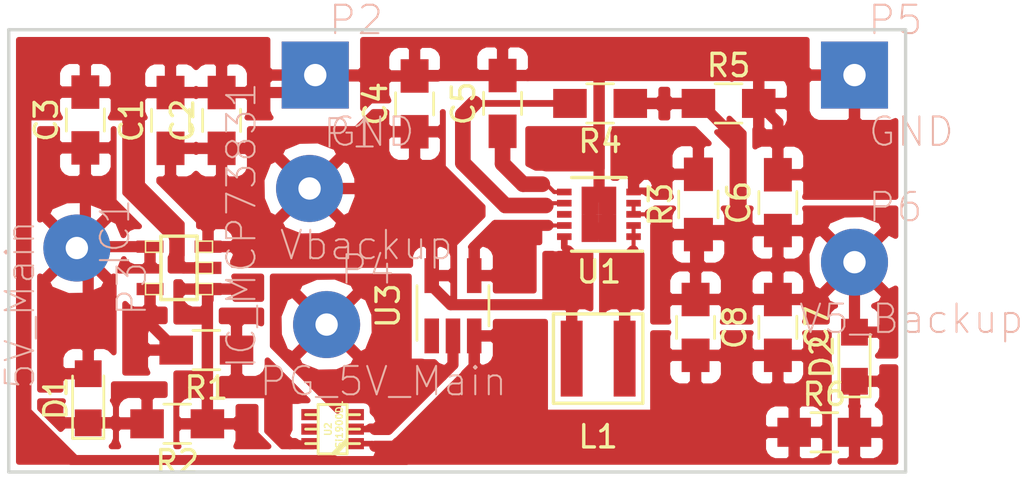
<source format=kicad_pcb>
(kicad_pcb (version 4) (host pcbnew 4.0.4-stable)

  (general
    (links 50)
    (no_connects 0)
    (area 130.89255 77.62875 177.261762 100.161)
    (thickness 1.6)
    (drawings 4)
    (tracks 154)
    (zones 0)
    (modules 27)
    (nets 21)
  )

  (page A4)
  (layers
    (0 F.Cu signal)
    (31 B.Cu signal)
    (32 B.Adhes user)
    (33 F.Adhes user)
    (34 B.Paste user)
    (35 F.Paste user)
    (36 B.SilkS user)
    (37 F.SilkS user)
    (38 B.Mask user)
    (39 F.Mask user)
    (40 Dwgs.User user)
    (41 Cmts.User user)
    (42 Eco1.User user)
    (43 Eco2.User user)
    (44 Edge.Cuts user)
    (45 Margin user)
    (46 B.CrtYd user)
    (47 F.CrtYd user)
    (48 B.Fab user)
    (49 F.Fab user)
  )

  (setup
    (last_trace_width 0.5)
    (trace_clearance 0.254)
    (zone_clearance 0.25)
    (zone_45_only no)
    (trace_min 0.2)
    (segment_width 0.2)
    (edge_width 0.15)
    (via_size 0.6)
    (via_drill 0.4)
    (via_min_size 0.4)
    (via_min_drill 0.3)
    (uvia_size 0.3)
    (uvia_drill 0.1)
    (uvias_allowed no)
    (uvia_min_size 0.2)
    (uvia_min_drill 0.1)
    (pcb_text_width 0.3)
    (pcb_text_size 1.5 1.5)
    (mod_edge_width 0.15)
    (mod_text_size 1 1)
    (mod_text_width 0.15)
    (pad_size 1.524 1.524)
    (pad_drill 0.762)
    (pad_to_mask_clearance 0.2)
    (aux_axis_origin 0 0)
    (visible_elements 7FFFEFFF)
    (pcbplotparams
      (layerselection 0x00030_80000001)
      (usegerberextensions false)
      (excludeedgelayer true)
      (linewidth 0.100000)
      (plotframeref false)
      (viasonmask false)
      (mode 1)
      (useauxorigin false)
      (hpglpennumber 1)
      (hpglpenspeed 20)
      (hpglpendiameter 15)
      (hpglpenoverlay 2)
      (psnegative false)
      (psa4output false)
      (plotreference true)
      (plotvalue true)
      (plotinvisibletext false)
      (padsonsilk false)
      (subtractmaskfromsilk false)
      (outputformat 1)
      (mirror false)
      (drillshape 1)
      (scaleselection 1)
      (outputdirectory ""))
  )

  (net 0 "")
  (net 1 /Vbackup)
  (net 2 /GND)
  (net 3 /V5_Main)
  (net 4 "Net-(C5-Pad1)")
  (net 5 /V5_BACKUP)
  (net 6 "Net-(D1-Pad1)")
  (net 7 "Net-(D2-Pad1)")
  (net 8 /STAT)
  (net 9 "Net-(IC1-Pad5)")
  (net 10 "Net-(L1-Pad2)")
  (net 11 /PROG)
  (net 12 /PG_v5_backup)
  (net 13 "Net-(R4-Pad2)")
  (net 14 "Net-(U1-Pad8)")
  (net 15 /~PG_5V_MAIN)
  (net 16 "Net-(U2-Pad5)")
  (net 17 "Net-(U2-Pad3)")
  (net 18 /PG_5V_MAIN)
  (net 19 "Net-(U2-Pad4)")
  (net 20 "Net-(U3-Pad1)")

  (net_class Default "This is the default net class."
    (clearance 0.254)
    (trace_width 0.5)
    (via_dia 0.6)
    (via_drill 0.4)
    (uvia_dia 0.3)
    (uvia_drill 0.1)
    (add_net /GND)
    (add_net /PG_5V_MAIN)
    (add_net /PG_v5_backup)
    (add_net /PROG)
    (add_net /STAT)
    (add_net /V5_BACKUP)
    (add_net /V5_Main)
    (add_net /Vbackup)
    (add_net /~PG_5V_MAIN)
    (add_net "Net-(C5-Pad1)")
    (add_net "Net-(D1-Pad1)")
    (add_net "Net-(D2-Pad1)")
    (add_net "Net-(IC1-Pad5)")
    (add_net "Net-(L1-Pad2)")
    (add_net "Net-(R4-Pad2)")
    (add_net "Net-(U1-Pad8)")
    (add_net "Net-(U2-Pad3)")
    (add_net "Net-(U2-Pad4)")
    (add_net "Net-(U2-Pad5)")
    (add_net "Net-(U3-Pad1)")
  )

  (module Capacitors_SMD:C_0805_HandSoldering (layer F.Cu) (tedit 58AA84A8) (tstamp 59483D48)
    (at 138.811 83.312 90)
    (descr "Capacitor SMD 0805, hand soldering")
    (tags "capacitor 0805")
    (path /59420D52)
    (attr smd)
    (fp_text reference C1 (at 0 -1.75 90) (layer F.SilkS)
      (effects (font (size 1 1) (thickness 0.15)))
    )
    (fp_text value 4.7uF (at 0 1.75 90) (layer F.Fab)
      (effects (font (size 1 1) (thickness 0.15)))
    )
    (fp_text user %R (at 0 -1.75 90) (layer F.Fab)
      (effects (font (size 1 1) (thickness 0.15)))
    )
    (fp_line (start -1 0.62) (end -1 -0.62) (layer F.Fab) (width 0.1))
    (fp_line (start 1 0.62) (end -1 0.62) (layer F.Fab) (width 0.1))
    (fp_line (start 1 -0.62) (end 1 0.62) (layer F.Fab) (width 0.1))
    (fp_line (start -1 -0.62) (end 1 -0.62) (layer F.Fab) (width 0.1))
    (fp_line (start 0.5 -0.85) (end -0.5 -0.85) (layer F.SilkS) (width 0.12))
    (fp_line (start -0.5 0.85) (end 0.5 0.85) (layer F.SilkS) (width 0.12))
    (fp_line (start -2.25 -0.88) (end 2.25 -0.88) (layer F.CrtYd) (width 0.05))
    (fp_line (start -2.25 -0.88) (end -2.25 0.87) (layer F.CrtYd) (width 0.05))
    (fp_line (start 2.25 0.87) (end 2.25 -0.88) (layer F.CrtYd) (width 0.05))
    (fp_line (start 2.25 0.87) (end -2.25 0.87) (layer F.CrtYd) (width 0.05))
    (pad 1 smd rect (at -1.25 0 90) (size 1.5 1.25) (layers F.Cu F.Paste F.Mask)
      (net 1 /Vbackup))
    (pad 2 smd rect (at 1.25 0 90) (size 1.5 1.25) (layers F.Cu F.Paste F.Mask)
      (net 2 /GND))
    (model Capacitors_SMD.3dshapes/C_0805.wrl
      (at (xyz 0 0 0))
      (scale (xyz 1 1 1))
      (rotate (xyz 0 0 0))
    )
  )

  (module Capacitors_SMD:C_0805_HandSoldering (layer F.Cu) (tedit 58AA84A8) (tstamp 59483D4E)
    (at 141.097 83.312 90)
    (descr "Capacitor SMD 0805, hand soldering")
    (tags "capacitor 0805")
    (path /594209AA)
    (attr smd)
    (fp_text reference C2 (at 0 -1.75 90) (layer F.SilkS)
      (effects (font (size 1 1) (thickness 0.15)))
    )
    (fp_text value 4.7uF (at 0 1.75 90) (layer F.Fab)
      (effects (font (size 1 1) (thickness 0.15)))
    )
    (fp_text user %R (at 0 -1.75 90) (layer F.Fab)
      (effects (font (size 1 1) (thickness 0.15)))
    )
    (fp_line (start -1 0.62) (end -1 -0.62) (layer F.Fab) (width 0.1))
    (fp_line (start 1 0.62) (end -1 0.62) (layer F.Fab) (width 0.1))
    (fp_line (start 1 -0.62) (end 1 0.62) (layer F.Fab) (width 0.1))
    (fp_line (start -1 -0.62) (end 1 -0.62) (layer F.Fab) (width 0.1))
    (fp_line (start 0.5 -0.85) (end -0.5 -0.85) (layer F.SilkS) (width 0.12))
    (fp_line (start -0.5 0.85) (end 0.5 0.85) (layer F.SilkS) (width 0.12))
    (fp_line (start -2.25 -0.88) (end 2.25 -0.88) (layer F.CrtYd) (width 0.05))
    (fp_line (start -2.25 -0.88) (end -2.25 0.87) (layer F.CrtYd) (width 0.05))
    (fp_line (start 2.25 0.87) (end 2.25 -0.88) (layer F.CrtYd) (width 0.05))
    (fp_line (start 2.25 0.87) (end -2.25 0.87) (layer F.CrtYd) (width 0.05))
    (pad 1 smd rect (at -1.25 0 90) (size 1.5 1.25) (layers F.Cu F.Paste F.Mask)
      (net 1 /Vbackup))
    (pad 2 smd rect (at 1.25 0 90) (size 1.5 1.25) (layers F.Cu F.Paste F.Mask)
      (net 2 /GND))
    (model Capacitors_SMD.3dshapes/C_0805.wrl
      (at (xyz 0 0 0))
      (scale (xyz 1 1 1))
      (rotate (xyz 0 0 0))
    )
  )

  (module Capacitors_SMD:C_0805_HandSoldering (layer F.Cu) (tedit 58AA84A8) (tstamp 59483D54)
    (at 135.001 83.292 90)
    (descr "Capacitor SMD 0805, hand soldering")
    (tags "capacitor 0805")
    (path /5941B02B)
    (attr smd)
    (fp_text reference C3 (at 0 -1.75 90) (layer F.SilkS)
      (effects (font (size 1 1) (thickness 0.15)))
    )
    (fp_text value 4.7uF (at 0 1.75 90) (layer F.Fab)
      (effects (font (size 1 1) (thickness 0.15)))
    )
    (fp_text user %R (at 0 -1.75 90) (layer F.Fab)
      (effects (font (size 1 1) (thickness 0.15)))
    )
    (fp_line (start -1 0.62) (end -1 -0.62) (layer F.Fab) (width 0.1))
    (fp_line (start 1 0.62) (end -1 0.62) (layer F.Fab) (width 0.1))
    (fp_line (start 1 -0.62) (end 1 0.62) (layer F.Fab) (width 0.1))
    (fp_line (start -1 -0.62) (end 1 -0.62) (layer F.Fab) (width 0.1))
    (fp_line (start 0.5 -0.85) (end -0.5 -0.85) (layer F.SilkS) (width 0.12))
    (fp_line (start -0.5 0.85) (end 0.5 0.85) (layer F.SilkS) (width 0.12))
    (fp_line (start -2.25 -0.88) (end 2.25 -0.88) (layer F.CrtYd) (width 0.05))
    (fp_line (start -2.25 -0.88) (end -2.25 0.87) (layer F.CrtYd) (width 0.05))
    (fp_line (start 2.25 0.87) (end 2.25 -0.88) (layer F.CrtYd) (width 0.05))
    (fp_line (start 2.25 0.87) (end -2.25 0.87) (layer F.CrtYd) (width 0.05))
    (pad 1 smd rect (at -1.25 0 90) (size 1.5 1.25) (layers F.Cu F.Paste F.Mask)
      (net 3 /V5_Main))
    (pad 2 smd rect (at 1.25 0 90) (size 1.5 1.25) (layers F.Cu F.Paste F.Mask)
      (net 2 /GND))
    (model Capacitors_SMD.3dshapes/C_0805.wrl
      (at (xyz 0 0 0))
      (scale (xyz 1 1 1))
      (rotate (xyz 0 0 0))
    )
  )

  (module Capacitors_SMD:C_0805_HandSoldering (layer F.Cu) (tedit 58AA84A8) (tstamp 59483D5A)
    (at 149.733 82.57 90)
    (descr "Capacitor SMD 0805, hand soldering")
    (tags "capacitor 0805")
    (path /5941B059)
    (attr smd)
    (fp_text reference C4 (at 0 -1.75 90) (layer F.SilkS)
      (effects (font (size 1 1) (thickness 0.15)))
    )
    (fp_text value 22uF (at 0 1.75 90) (layer F.Fab)
      (effects (font (size 1 1) (thickness 0.15)))
    )
    (fp_text user %R (at 0 -1.75 90) (layer F.Fab)
      (effects (font (size 1 1) (thickness 0.15)))
    )
    (fp_line (start -1 0.62) (end -1 -0.62) (layer F.Fab) (width 0.1))
    (fp_line (start 1 0.62) (end -1 0.62) (layer F.Fab) (width 0.1))
    (fp_line (start 1 -0.62) (end 1 0.62) (layer F.Fab) (width 0.1))
    (fp_line (start -1 -0.62) (end 1 -0.62) (layer F.Fab) (width 0.1))
    (fp_line (start 0.5 -0.85) (end -0.5 -0.85) (layer F.SilkS) (width 0.12))
    (fp_line (start -0.5 0.85) (end 0.5 0.85) (layer F.SilkS) (width 0.12))
    (fp_line (start -2.25 -0.88) (end 2.25 -0.88) (layer F.CrtYd) (width 0.05))
    (fp_line (start -2.25 -0.88) (end -2.25 0.87) (layer F.CrtYd) (width 0.05))
    (fp_line (start 2.25 0.87) (end 2.25 -0.88) (layer F.CrtYd) (width 0.05))
    (fp_line (start 2.25 0.87) (end -2.25 0.87) (layer F.CrtYd) (width 0.05))
    (pad 1 smd rect (at -1.25 0 90) (size 1.5 1.25) (layers F.Cu F.Paste F.Mask)
      (net 1 /Vbackup))
    (pad 2 smd rect (at 1.25 0 90) (size 1.5 1.25) (layers F.Cu F.Paste F.Mask)
      (net 2 /GND))
    (model Capacitors_SMD.3dshapes/C_0805.wrl
      (at (xyz 0 0 0))
      (scale (xyz 1 1 1))
      (rotate (xyz 0 0 0))
    )
  )

  (module Capacitors_SMD:C_0805_HandSoldering (layer F.Cu) (tedit 58AA84A8) (tstamp 59483D60)
    (at 153.67 82.55 90)
    (descr "Capacitor SMD 0805, hand soldering")
    (tags "capacitor 0805")
    (path /5941B062)
    (attr smd)
    (fp_text reference C5 (at 0 -1.75 90) (layer F.SilkS)
      (effects (font (size 1 1) (thickness 0.15)))
    )
    (fp_text value 10nF (at 0 1.75 90) (layer F.Fab)
      (effects (font (size 1 1) (thickness 0.15)))
    )
    (fp_text user %R (at 0 -1.75 90) (layer F.Fab)
      (effects (font (size 1 1) (thickness 0.15)))
    )
    (fp_line (start -1 0.62) (end -1 -0.62) (layer F.Fab) (width 0.1))
    (fp_line (start 1 0.62) (end -1 0.62) (layer F.Fab) (width 0.1))
    (fp_line (start 1 -0.62) (end 1 0.62) (layer F.Fab) (width 0.1))
    (fp_line (start -1 -0.62) (end 1 -0.62) (layer F.Fab) (width 0.1))
    (fp_line (start 0.5 -0.85) (end -0.5 -0.85) (layer F.SilkS) (width 0.12))
    (fp_line (start -0.5 0.85) (end 0.5 0.85) (layer F.SilkS) (width 0.12))
    (fp_line (start -2.25 -0.88) (end 2.25 -0.88) (layer F.CrtYd) (width 0.05))
    (fp_line (start -2.25 -0.88) (end -2.25 0.87) (layer F.CrtYd) (width 0.05))
    (fp_line (start 2.25 0.87) (end 2.25 -0.88) (layer F.CrtYd) (width 0.05))
    (fp_line (start 2.25 0.87) (end -2.25 0.87) (layer F.CrtYd) (width 0.05))
    (pad 1 smd rect (at -1.25 0 90) (size 1.5 1.25) (layers F.Cu F.Paste F.Mask)
      (net 4 "Net-(C5-Pad1)"))
    (pad 2 smd rect (at 1.25 0 90) (size 1.5 1.25) (layers F.Cu F.Paste F.Mask)
      (net 2 /GND))
    (model Capacitors_SMD.3dshapes/C_0805.wrl
      (at (xyz 0 0 0))
      (scale (xyz 1 1 1))
      (rotate (xyz 0 0 0))
    )
  )

  (module Capacitors_SMD:C_0805_HandSoldering (layer F.Cu) (tedit 58AA84A8) (tstamp 59483D66)
    (at 165.989 86.995 90)
    (descr "Capacitor SMD 0805, hand soldering")
    (tags "capacitor 0805")
    (path /59485F5B)
    (attr smd)
    (fp_text reference C6 (at 0 -1.75 90) (layer F.SilkS)
      (effects (font (size 1 1) (thickness 0.15)))
    )
    (fp_text value 22uF (at 0 1.75 90) (layer F.Fab)
      (effects (font (size 1 1) (thickness 0.15)))
    )
    (fp_text user %R (at 0 -1.75 90) (layer F.Fab)
      (effects (font (size 1 1) (thickness 0.15)))
    )
    (fp_line (start -1 0.62) (end -1 -0.62) (layer F.Fab) (width 0.1))
    (fp_line (start 1 0.62) (end -1 0.62) (layer F.Fab) (width 0.1))
    (fp_line (start 1 -0.62) (end 1 0.62) (layer F.Fab) (width 0.1))
    (fp_line (start -1 -0.62) (end 1 -0.62) (layer F.Fab) (width 0.1))
    (fp_line (start 0.5 -0.85) (end -0.5 -0.85) (layer F.SilkS) (width 0.12))
    (fp_line (start -0.5 0.85) (end 0.5 0.85) (layer F.SilkS) (width 0.12))
    (fp_line (start -2.25 -0.88) (end 2.25 -0.88) (layer F.CrtYd) (width 0.05))
    (fp_line (start -2.25 -0.88) (end -2.25 0.87) (layer F.CrtYd) (width 0.05))
    (fp_line (start 2.25 0.87) (end 2.25 -0.88) (layer F.CrtYd) (width 0.05))
    (fp_line (start 2.25 0.87) (end -2.25 0.87) (layer F.CrtYd) (width 0.05))
    (pad 1 smd rect (at -1.25 0 90) (size 1.5 1.25) (layers F.Cu F.Paste F.Mask)
      (net 5 /V5_BACKUP))
    (pad 2 smd rect (at 1.25 0 90) (size 1.5 1.25) (layers F.Cu F.Paste F.Mask)
      (net 2 /GND))
    (model Capacitors_SMD.3dshapes/C_0805.wrl
      (at (xyz 0 0 0))
      (scale (xyz 1 1 1))
      (rotate (xyz 0 0 0))
    )
  )

  (module Capacitors_SMD:C_0805_HandSoldering (layer F.Cu) (tedit 58AA84A8) (tstamp 59483D6C)
    (at 165.989 92.583 270)
    (descr "Capacitor SMD 0805, hand soldering")
    (tags "capacitor 0805")
    (path /5948603F)
    (attr smd)
    (fp_text reference C7 (at 0 -1.75 270) (layer F.SilkS)
      (effects (font (size 1 1) (thickness 0.15)))
    )
    (fp_text value 22uF (at 0 1.75 270) (layer F.Fab)
      (effects (font (size 1 1) (thickness 0.15)))
    )
    (fp_text user %R (at 0 -1.75 270) (layer F.Fab)
      (effects (font (size 1 1) (thickness 0.15)))
    )
    (fp_line (start -1 0.62) (end -1 -0.62) (layer F.Fab) (width 0.1))
    (fp_line (start 1 0.62) (end -1 0.62) (layer F.Fab) (width 0.1))
    (fp_line (start 1 -0.62) (end 1 0.62) (layer F.Fab) (width 0.1))
    (fp_line (start -1 -0.62) (end 1 -0.62) (layer F.Fab) (width 0.1))
    (fp_line (start 0.5 -0.85) (end -0.5 -0.85) (layer F.SilkS) (width 0.12))
    (fp_line (start -0.5 0.85) (end 0.5 0.85) (layer F.SilkS) (width 0.12))
    (fp_line (start -2.25 -0.88) (end 2.25 -0.88) (layer F.CrtYd) (width 0.05))
    (fp_line (start -2.25 -0.88) (end -2.25 0.87) (layer F.CrtYd) (width 0.05))
    (fp_line (start 2.25 0.87) (end 2.25 -0.88) (layer F.CrtYd) (width 0.05))
    (fp_line (start 2.25 0.87) (end -2.25 0.87) (layer F.CrtYd) (width 0.05))
    (pad 1 smd rect (at -1.25 0 270) (size 1.5 1.25) (layers F.Cu F.Paste F.Mask)
      (net 5 /V5_BACKUP))
    (pad 2 smd rect (at 1.25 0 270) (size 1.5 1.25) (layers F.Cu F.Paste F.Mask)
      (net 2 /GND))
    (model Capacitors_SMD.3dshapes/C_0805.wrl
      (at (xyz 0 0 0))
      (scale (xyz 1 1 1))
      (rotate (xyz 0 0 0))
    )
  )

  (module Capacitors_SMD:C_0805_HandSoldering (layer F.Cu) (tedit 58AA84A8) (tstamp 59483D72)
    (at 162.306 92.583 270)
    (descr "Capacitor SMD 0805, hand soldering")
    (tags "capacitor 0805")
    (path /59485C5C)
    (attr smd)
    (fp_text reference C8 (at 0 -1.75 270) (layer F.SilkS)
      (effects (font (size 1 1) (thickness 0.15)))
    )
    (fp_text value 22uF (at 0 1.75 270) (layer F.Fab)
      (effects (font (size 1 1) (thickness 0.15)))
    )
    (fp_text user %R (at 0 -1.75 270) (layer F.Fab)
      (effects (font (size 1 1) (thickness 0.15)))
    )
    (fp_line (start -1 0.62) (end -1 -0.62) (layer F.Fab) (width 0.1))
    (fp_line (start 1 0.62) (end -1 0.62) (layer F.Fab) (width 0.1))
    (fp_line (start 1 -0.62) (end 1 0.62) (layer F.Fab) (width 0.1))
    (fp_line (start -1 -0.62) (end 1 -0.62) (layer F.Fab) (width 0.1))
    (fp_line (start 0.5 -0.85) (end -0.5 -0.85) (layer F.SilkS) (width 0.12))
    (fp_line (start -0.5 0.85) (end 0.5 0.85) (layer F.SilkS) (width 0.12))
    (fp_line (start -2.25 -0.88) (end 2.25 -0.88) (layer F.CrtYd) (width 0.05))
    (fp_line (start -2.25 -0.88) (end -2.25 0.87) (layer F.CrtYd) (width 0.05))
    (fp_line (start 2.25 0.87) (end 2.25 -0.88) (layer F.CrtYd) (width 0.05))
    (fp_line (start 2.25 0.87) (end -2.25 0.87) (layer F.CrtYd) (width 0.05))
    (pad 1 smd rect (at -1.25 0 270) (size 1.5 1.25) (layers F.Cu F.Paste F.Mask)
      (net 5 /V5_BACKUP))
    (pad 2 smd rect (at 1.25 0 270) (size 1.5 1.25) (layers F.Cu F.Paste F.Mask)
      (net 2 /GND))
    (model Capacitors_SMD.3dshapes/C_0805.wrl
      (at (xyz 0 0 0))
      (scale (xyz 1 1 1))
      (rotate (xyz 0 0 0))
    )
  )

  (module LEDs:LED_0805 (layer F.Cu) (tedit 57FE93EC) (tstamp 59483D78)
    (at 135.128 95.758 90)
    (descr "LED 0805 smd package")
    (tags "LED led 0805 SMD smd SMT smt smdled SMDLED smtled SMTLED")
    (path /5941F517)
    (attr smd)
    (fp_text reference D1 (at 0 -1.45 90) (layer F.SilkS)
      (effects (font (size 1 1) (thickness 0.15)))
    )
    (fp_text value LED (at 0 1.55 90) (layer F.Fab)
      (effects (font (size 1 1) (thickness 0.15)))
    )
    (fp_line (start -1.8 -0.7) (end -1.8 0.7) (layer F.SilkS) (width 0.12))
    (fp_line (start -0.4 -0.4) (end -0.4 0.4) (layer F.Fab) (width 0.1))
    (fp_line (start -0.4 0) (end 0.2 -0.4) (layer F.Fab) (width 0.1))
    (fp_line (start 0.2 0.4) (end -0.4 0) (layer F.Fab) (width 0.1))
    (fp_line (start 0.2 -0.4) (end 0.2 0.4) (layer F.Fab) (width 0.1))
    (fp_line (start 1 0.6) (end -1 0.6) (layer F.Fab) (width 0.1))
    (fp_line (start 1 -0.6) (end 1 0.6) (layer F.Fab) (width 0.1))
    (fp_line (start -1 -0.6) (end 1 -0.6) (layer F.Fab) (width 0.1))
    (fp_line (start -1 0.6) (end -1 -0.6) (layer F.Fab) (width 0.1))
    (fp_line (start -1.8 0.7) (end 1 0.7) (layer F.SilkS) (width 0.12))
    (fp_line (start -1.8 -0.7) (end 1 -0.7) (layer F.SilkS) (width 0.12))
    (fp_line (start 1.95 -0.85) (end 1.95 0.85) (layer F.CrtYd) (width 0.05))
    (fp_line (start 1.95 0.85) (end -1.95 0.85) (layer F.CrtYd) (width 0.05))
    (fp_line (start -1.95 0.85) (end -1.95 -0.85) (layer F.CrtYd) (width 0.05))
    (fp_line (start -1.95 -0.85) (end 1.95 -0.85) (layer F.CrtYd) (width 0.05))
    (pad 2 smd rect (at 1.1 0 270) (size 1.2 1.2) (layers F.Cu F.Paste F.Mask)
      (net 3 /V5_Main))
    (pad 1 smd rect (at -1.1 0 270) (size 1.2 1.2) (layers F.Cu F.Paste F.Mask)
      (net 6 "Net-(D1-Pad1)"))
    (model LEDs.3dshapes/LED_0805.wrl
      (at (xyz 0 0 0))
      (scale (xyz 1 1 1))
      (rotate (xyz 0 0 180))
    )
  )

  (module LEDs:LED_0805 (layer F.Cu) (tedit 57FE93EC) (tstamp 59483D7E)
    (at 169.418 93.896 90)
    (descr "LED 0805 smd package")
    (tags "LED led 0805 SMD smd SMT smt smdled SMDLED smtled SMTLED")
    (path /5941CF3D)
    (attr smd)
    (fp_text reference D2 (at 0 -1.45 90) (layer F.SilkS)
      (effects (font (size 1 1) (thickness 0.15)))
    )
    (fp_text value LED (at 0 1.55 90) (layer F.Fab)
      (effects (font (size 1 1) (thickness 0.15)))
    )
    (fp_line (start -1.8 -0.7) (end -1.8 0.7) (layer F.SilkS) (width 0.12))
    (fp_line (start -0.4 -0.4) (end -0.4 0.4) (layer F.Fab) (width 0.1))
    (fp_line (start -0.4 0) (end 0.2 -0.4) (layer F.Fab) (width 0.1))
    (fp_line (start 0.2 0.4) (end -0.4 0) (layer F.Fab) (width 0.1))
    (fp_line (start 0.2 -0.4) (end 0.2 0.4) (layer F.Fab) (width 0.1))
    (fp_line (start 1 0.6) (end -1 0.6) (layer F.Fab) (width 0.1))
    (fp_line (start 1 -0.6) (end 1 0.6) (layer F.Fab) (width 0.1))
    (fp_line (start -1 -0.6) (end 1 -0.6) (layer F.Fab) (width 0.1))
    (fp_line (start -1 0.6) (end -1 -0.6) (layer F.Fab) (width 0.1))
    (fp_line (start -1.8 0.7) (end 1 0.7) (layer F.SilkS) (width 0.12))
    (fp_line (start -1.8 -0.7) (end 1 -0.7) (layer F.SilkS) (width 0.12))
    (fp_line (start 1.95 -0.85) (end 1.95 0.85) (layer F.CrtYd) (width 0.05))
    (fp_line (start 1.95 0.85) (end -1.95 0.85) (layer F.CrtYd) (width 0.05))
    (fp_line (start -1.95 0.85) (end -1.95 -0.85) (layer F.CrtYd) (width 0.05))
    (fp_line (start -1.95 -0.85) (end 1.95 -0.85) (layer F.CrtYd) (width 0.05))
    (pad 2 smd rect (at 1.1 0 270) (size 1.2 1.2) (layers F.Cu F.Paste F.Mask)
      (net 5 /V5_BACKUP))
    (pad 1 smd rect (at -1.1 0 270) (size 1.2 1.2) (layers F.Cu F.Paste F.Mask)
      (net 7 "Net-(D2-Pad1)"))
    (model LEDs.3dshapes/LED_0805.wrl
      (at (xyz 0 0 0))
      (scale (xyz 1 1 1))
      (rotate (xyz 0 0 180))
    )
  )

  (module dp_devices:dp_devices-SOT-23-5 (layer F.Cu) (tedit 200000) (tstamp 59483D87)
    (at 139.192 89.916 90)
    (path /5941B013)
    (attr smd)
    (fp_text reference IC1 (at 1.5875 -2.8575 90) (layer B.SilkS)
      (effects (font (size 1.27 1.27) (thickness 0.0889)))
    )
    (fp_text value IC_MCP73831 (at 1.905 2.794 90) (layer B.SilkS)
      (effects (font (size 1.27 1.27) (thickness 0.0889)))
    )
    (fp_line (start -1.19888 1.4986) (end -0.6985 1.4986) (layer F.SilkS) (width 0.06604))
    (fp_line (start -0.6985 1.4986) (end -0.6985 0.84836) (layer F.SilkS) (width 0.06604))
    (fp_line (start -1.19888 0.84836) (end -0.6985 0.84836) (layer F.SilkS) (width 0.06604))
    (fp_line (start -1.19888 1.4986) (end -1.19888 0.84836) (layer F.SilkS) (width 0.06604))
    (fp_line (start -0.24892 1.4986) (end 0.24892 1.4986) (layer F.SilkS) (width 0.06604))
    (fp_line (start 0.24892 1.4986) (end 0.24892 0.84836) (layer F.SilkS) (width 0.06604))
    (fp_line (start -0.24892 0.84836) (end 0.24892 0.84836) (layer F.SilkS) (width 0.06604))
    (fp_line (start -0.24892 1.4986) (end -0.24892 0.84836) (layer F.SilkS) (width 0.06604))
    (fp_line (start 0.6985 1.4986) (end 1.19888 1.4986) (layer F.SilkS) (width 0.06604))
    (fp_line (start 1.19888 1.4986) (end 1.19888 0.84836) (layer F.SilkS) (width 0.06604))
    (fp_line (start 0.6985 0.84836) (end 1.19888 0.84836) (layer F.SilkS) (width 0.06604))
    (fp_line (start 0.6985 1.4986) (end 0.6985 0.84836) (layer F.SilkS) (width 0.06604))
    (fp_line (start 0.6985 -0.84836) (end 1.19888 -0.84836) (layer F.SilkS) (width 0.06604))
    (fp_line (start 1.19888 -0.84836) (end 1.19888 -1.4986) (layer F.SilkS) (width 0.06604))
    (fp_line (start 0.6985 -1.4986) (end 1.19888 -1.4986) (layer F.SilkS) (width 0.06604))
    (fp_line (start 0.6985 -0.84836) (end 0.6985 -1.4986) (layer F.SilkS) (width 0.06604))
    (fp_line (start -1.19888 -0.84836) (end -0.6985 -0.84836) (layer F.SilkS) (width 0.06604))
    (fp_line (start -0.6985 -0.84836) (end -0.6985 -1.4986) (layer F.SilkS) (width 0.06604))
    (fp_line (start -1.19888 -1.4986) (end -0.6985 -1.4986) (layer F.SilkS) (width 0.06604))
    (fp_line (start -1.19888 -0.84836) (end -1.19888 -1.4986) (layer F.SilkS) (width 0.06604))
    (fp_line (start 1.41986 -0.80772) (end 1.41986 0.80772) (layer F.SilkS) (width 0.1524))
    (fp_line (start 1.41986 0.80772) (end -1.41986 0.80772) (layer F.SilkS) (width 0.1524))
    (fp_line (start -1.41986 0.80772) (end -1.41986 -0.80772) (layer F.SilkS) (width 0.1524))
    (fp_line (start -1.41986 -0.80772) (end 1.41986 -0.80772) (layer F.SilkS) (width 0.1524))
    (fp_line (start -0.5207 -0.80772) (end 0.5207 -0.80772) (layer F.SilkS) (width 0.1524))
    (fp_line (start -0.42672 0.80772) (end -0.5207 0.80772) (layer F.SilkS) (width 0.1524))
    (fp_line (start 0.5207 0.80772) (end 0.42672 0.80772) (layer F.SilkS) (width 0.1524))
    (fp_line (start -1.32588 0.80772) (end -1.41986 0.80772) (layer F.SilkS) (width 0.1524))
    (fp_line (start 1.41986 0.80772) (end 1.32588 0.80772) (layer F.SilkS) (width 0.1524))
    (fp_line (start 1.32588 -0.80772) (end 1.41986 -0.80772) (layer F.SilkS) (width 0.1524))
    (fp_line (start -1.41986 -0.80772) (end -1.32588 -0.80772) (layer F.SilkS) (width 0.1524))
    (pad 1 smd rect (at -0.94996 1.29794 90) (size 0.54864 1.19888) (layers F.Cu F.Paste F.Mask)
      (net 8 /STAT))
    (pad 2 smd rect (at 0 1.29794 90) (size 0.54864 1.19888) (layers F.Cu F.Paste F.Mask)
      (net 2 /GND))
    (pad 3 smd rect (at 0.94996 1.29794 90) (size 0.54864 1.19888) (layers F.Cu F.Paste F.Mask)
      (net 1 /Vbackup))
    (pad 4 smd rect (at 0.94996 -1.29794 90) (size 0.54864 1.19888) (layers F.Cu F.Paste F.Mask)
      (net 3 /V5_Main))
    (pad 5 smd rect (at -0.94996 -1.29794 90) (size 0.54864 1.19888) (layers F.Cu F.Paste F.Mask)
      (net 9 "Net-(IC1-Pad5)"))
  )

  (module XFL4020:XFL4020 (layer F.Cu) (tedit 59482D4D) (tstamp 59483D8D)
    (at 157.946 93.98 180)
    (path /5941B050)
    (fp_text reference L1 (at 0 -3.5 180) (layer F.SilkS)
      (effects (font (size 1 1) (thickness 0.15)))
    )
    (fp_text value 1uH (at 0 3.5 180) (layer F.Fab)
      (effects (font (size 1 1) (thickness 0.15)))
    )
    (fp_line (start -2 2) (end -2 -2) (layer F.SilkS) (width 0.15))
    (fp_line (start 2 2) (end -2 2) (layer F.SilkS) (width 0.15))
    (fp_line (start 2 -2) (end 2 2) (layer F.SilkS) (width 0.15))
    (fp_line (start -2 -2) (end 2 -2) (layer F.SilkS) (width 0.15))
    (pad 1 smd rect (at 1.185 0 180) (size 0.98 3.4) (layers F.Cu F.Paste F.Mask)
      (net 1 /Vbackup))
    (pad 2 smd rect (at -1.185 0 180) (size 0.98 3.4) (layers F.Cu F.Paste F.Mask)
      (net 10 "Net-(L1-Pad2)"))
  )

  (module Resistors_SMD:R_0805_HandSoldering (layer F.Cu) (tedit 58E0A804) (tstamp 59483D93)
    (at 140.415 93.599 180)
    (descr "Resistor SMD 0805, hand soldering")
    (tags "resistor 0805")
    (path /594212E3)
    (attr smd)
    (fp_text reference R1 (at 0 -1.7 180) (layer F.SilkS)
      (effects (font (size 1 1) (thickness 0.15)))
    )
    (fp_text value 2K (at 0 1.75 180) (layer F.Fab)
      (effects (font (size 1 1) (thickness 0.15)))
    )
    (fp_text user %R (at 0 0 180) (layer F.Fab)
      (effects (font (size 0.5 0.5) (thickness 0.075)))
    )
    (fp_line (start -1 0.62) (end -1 -0.62) (layer F.Fab) (width 0.1))
    (fp_line (start 1 0.62) (end -1 0.62) (layer F.Fab) (width 0.1))
    (fp_line (start 1 -0.62) (end 1 0.62) (layer F.Fab) (width 0.1))
    (fp_line (start -1 -0.62) (end 1 -0.62) (layer F.Fab) (width 0.1))
    (fp_line (start 0.6 0.88) (end -0.6 0.88) (layer F.SilkS) (width 0.12))
    (fp_line (start -0.6 -0.88) (end 0.6 -0.88) (layer F.SilkS) (width 0.12))
    (fp_line (start -2.35 -0.9) (end 2.35 -0.9) (layer F.CrtYd) (width 0.05))
    (fp_line (start -2.35 -0.9) (end -2.35 0.9) (layer F.CrtYd) (width 0.05))
    (fp_line (start 2.35 0.9) (end 2.35 -0.9) (layer F.CrtYd) (width 0.05))
    (fp_line (start 2.35 0.9) (end -2.35 0.9) (layer F.CrtYd) (width 0.05))
    (pad 1 smd rect (at -1.35 0 180) (size 1.5 1.3) (layers F.Cu F.Paste F.Mask)
      (net 11 /PROG))
    (pad 2 smd rect (at 1.35 0 180) (size 1.5 1.3) (layers F.Cu F.Paste F.Mask)
      (net 9 "Net-(IC1-Pad5)"))
    (model ${KISYS3DMOD}/Resistors_SMD.3dshapes/R_0805.wrl
      (at (xyz 0 0 0))
      (scale (xyz 1 1 1))
      (rotate (xyz 0 0 0))
    )
  )

  (module Resistors_SMD:R_0805_HandSoldering (layer F.Cu) (tedit 58E0A804) (tstamp 59483D99)
    (at 139.112 96.901 180)
    (descr "Resistor SMD 0805, hand soldering")
    (tags "resistor 0805")
    (path /5941B022)
    (attr smd)
    (fp_text reference R2 (at 0 -1.7 180) (layer F.SilkS)
      (effects (font (size 1 1) (thickness 0.15)))
    )
    (fp_text value 470 (at 0 1.75 180) (layer F.Fab)
      (effects (font (size 1 1) (thickness 0.15)))
    )
    (fp_text user %R (at 0 0 180) (layer F.Fab)
      (effects (font (size 0.5 0.5) (thickness 0.075)))
    )
    (fp_line (start -1 0.62) (end -1 -0.62) (layer F.Fab) (width 0.1))
    (fp_line (start 1 0.62) (end -1 0.62) (layer F.Fab) (width 0.1))
    (fp_line (start 1 -0.62) (end 1 0.62) (layer F.Fab) (width 0.1))
    (fp_line (start -1 -0.62) (end 1 -0.62) (layer F.Fab) (width 0.1))
    (fp_line (start 0.6 0.88) (end -0.6 0.88) (layer F.SilkS) (width 0.12))
    (fp_line (start -0.6 -0.88) (end 0.6 -0.88) (layer F.SilkS) (width 0.12))
    (fp_line (start -2.35 -0.9) (end 2.35 -0.9) (layer F.CrtYd) (width 0.05))
    (fp_line (start -2.35 -0.9) (end -2.35 0.9) (layer F.CrtYd) (width 0.05))
    (fp_line (start 2.35 0.9) (end 2.35 -0.9) (layer F.CrtYd) (width 0.05))
    (fp_line (start 2.35 0.9) (end -2.35 0.9) (layer F.CrtYd) (width 0.05))
    (pad 1 smd rect (at -1.35 0 180) (size 1.5 1.3) (layers F.Cu F.Paste F.Mask)
      (net 8 /STAT))
    (pad 2 smd rect (at 1.35 0 180) (size 1.5 1.3) (layers F.Cu F.Paste F.Mask)
      (net 6 "Net-(D1-Pad1)"))
    (model ${KISYS3DMOD}/Resistors_SMD.3dshapes/R_0805.wrl
      (at (xyz 0 0 0))
      (scale (xyz 1 1 1))
      (rotate (xyz 0 0 0))
    )
  )

  (module Resistors_SMD:R_0805_HandSoldering (layer F.Cu) (tedit 58E0A804) (tstamp 59483D9F)
    (at 162.433 87.075 90)
    (descr "Resistor SMD 0805, hand soldering")
    (tags "resistor 0805")
    (path /5941B0A6)
    (attr smd)
    (fp_text reference R3 (at 0 -1.7 90) (layer F.SilkS)
      (effects (font (size 1 1) (thickness 0.15)))
    )
    (fp_text value 10K (at 0 1.75 90) (layer F.Fab)
      (effects (font (size 1 1) (thickness 0.15)))
    )
    (fp_text user %R (at 0 0 90) (layer F.Fab)
      (effects (font (size 0.5 0.5) (thickness 0.075)))
    )
    (fp_line (start -1 0.62) (end -1 -0.62) (layer F.Fab) (width 0.1))
    (fp_line (start 1 0.62) (end -1 0.62) (layer F.Fab) (width 0.1))
    (fp_line (start 1 -0.62) (end 1 0.62) (layer F.Fab) (width 0.1))
    (fp_line (start -1 -0.62) (end 1 -0.62) (layer F.Fab) (width 0.1))
    (fp_line (start 0.6 0.88) (end -0.6 0.88) (layer F.SilkS) (width 0.12))
    (fp_line (start -0.6 -0.88) (end 0.6 -0.88) (layer F.SilkS) (width 0.12))
    (fp_line (start -2.35 -0.9) (end 2.35 -0.9) (layer F.CrtYd) (width 0.05))
    (fp_line (start -2.35 -0.9) (end -2.35 0.9) (layer F.CrtYd) (width 0.05))
    (fp_line (start 2.35 0.9) (end 2.35 -0.9) (layer F.CrtYd) (width 0.05))
    (fp_line (start 2.35 0.9) (end -2.35 0.9) (layer F.CrtYd) (width 0.05))
    (pad 1 smd rect (at -1.35 0 90) (size 1.5 1.3) (layers F.Cu F.Paste F.Mask)
      (net 5 /V5_BACKUP))
    (pad 2 smd rect (at 1.35 0 90) (size 1.5 1.3) (layers F.Cu F.Paste F.Mask)
      (net 12 /PG_v5_backup))
    (model ${KISYS3DMOD}/Resistors_SMD.3dshapes/R_0805.wrl
      (at (xyz 0 0 0))
      (scale (xyz 1 1 1))
      (rotate (xyz 0 0 0))
    )
  )

  (module Resistors_SMD:R_0805_HandSoldering (layer F.Cu) (tedit 58E0A804) (tstamp 59483DA5)
    (at 158.035 82.55 180)
    (descr "Resistor SMD 0805, hand soldering")
    (tags "resistor 0805")
    (path /59486E92)
    (attr smd)
    (fp_text reference R4 (at 0 -1.7 180) (layer F.SilkS)
      (effects (font (size 1 1) (thickness 0.15)))
    )
    (fp_text value 402K (at 0 1.75 180) (layer F.Fab)
      (effects (font (size 1 1) (thickness 0.15)))
    )
    (fp_text user %R (at 0 0 180) (layer F.Fab)
      (effects (font (size 0.5 0.5) (thickness 0.075)))
    )
    (fp_line (start -1 0.62) (end -1 -0.62) (layer F.Fab) (width 0.1))
    (fp_line (start 1 0.62) (end -1 0.62) (layer F.Fab) (width 0.1))
    (fp_line (start 1 -0.62) (end 1 0.62) (layer F.Fab) (width 0.1))
    (fp_line (start -1 -0.62) (end 1 -0.62) (layer F.Fab) (width 0.1))
    (fp_line (start 0.6 0.88) (end -0.6 0.88) (layer F.SilkS) (width 0.12))
    (fp_line (start -0.6 -0.88) (end 0.6 -0.88) (layer F.SilkS) (width 0.12))
    (fp_line (start -2.35 -0.9) (end 2.35 -0.9) (layer F.CrtYd) (width 0.05))
    (fp_line (start -2.35 -0.9) (end -2.35 0.9) (layer F.CrtYd) (width 0.05))
    (fp_line (start 2.35 0.9) (end 2.35 -0.9) (layer F.CrtYd) (width 0.05))
    (fp_line (start 2.35 0.9) (end -2.35 0.9) (layer F.CrtYd) (width 0.05))
    (pad 1 smd rect (at -1.35 0 180) (size 1.5 1.3) (layers F.Cu F.Paste F.Mask)
      (net 5 /V5_BACKUP))
    (pad 2 smd rect (at 1.35 0 180) (size 1.5 1.3) (layers F.Cu F.Paste F.Mask)
      (net 13 "Net-(R4-Pad2)"))
    (model ${KISYS3DMOD}/Resistors_SMD.3dshapes/R_0805.wrl
      (at (xyz 0 0 0))
      (scale (xyz 1 1 1))
      (rotate (xyz 0 0 0))
    )
  )

  (module Resistors_SMD:R_0805_HandSoldering (layer F.Cu) (tedit 58E0A804) (tstamp 59483DAB)
    (at 163.783 82.55)
    (descr "Resistor SMD 0805, hand soldering")
    (tags "resistor 0805")
    (path /59486D11)
    (attr smd)
    (fp_text reference R5 (at 0 -1.7) (layer F.SilkS)
      (effects (font (size 1 1) (thickness 0.15)))
    )
    (fp_text value 100K (at 0 1.75) (layer F.Fab)
      (effects (font (size 1 1) (thickness 0.15)))
    )
    (fp_text user %R (at 0 0) (layer F.Fab)
      (effects (font (size 0.5 0.5) (thickness 0.075)))
    )
    (fp_line (start -1 0.62) (end -1 -0.62) (layer F.Fab) (width 0.1))
    (fp_line (start 1 0.62) (end -1 0.62) (layer F.Fab) (width 0.1))
    (fp_line (start 1 -0.62) (end 1 0.62) (layer F.Fab) (width 0.1))
    (fp_line (start -1 -0.62) (end 1 -0.62) (layer F.Fab) (width 0.1))
    (fp_line (start 0.6 0.88) (end -0.6 0.88) (layer F.SilkS) (width 0.12))
    (fp_line (start -0.6 -0.88) (end 0.6 -0.88) (layer F.SilkS) (width 0.12))
    (fp_line (start -2.35 -0.9) (end 2.35 -0.9) (layer F.CrtYd) (width 0.05))
    (fp_line (start -2.35 -0.9) (end -2.35 0.9) (layer F.CrtYd) (width 0.05))
    (fp_line (start 2.35 0.9) (end 2.35 -0.9) (layer F.CrtYd) (width 0.05))
    (fp_line (start 2.35 0.9) (end -2.35 0.9) (layer F.CrtYd) (width 0.05))
    (pad 1 smd rect (at -1.35 0) (size 1.5 1.3) (layers F.Cu F.Paste F.Mask)
      (net 5 /V5_BACKUP))
    (pad 2 smd rect (at 1.35 0) (size 1.5 1.3) (layers F.Cu F.Paste F.Mask)
      (net 2 /GND))
    (model ${KISYS3DMOD}/Resistors_SMD.3dshapes/R_0805.wrl
      (at (xyz 0 0 0))
      (scale (xyz 1 1 1))
      (rotate (xyz 0 0 0))
    )
  )

  (module Resistors_SMD:R_0805_HandSoldering (layer F.Cu) (tedit 58E0A804) (tstamp 59483DB1)
    (at 168.068 97.282)
    (descr "Resistor SMD 0805, hand soldering")
    (tags "resistor 0805")
    (path /5941D5FB)
    (attr smd)
    (fp_text reference R6 (at 0 -1.7) (layer F.SilkS)
      (effects (font (size 1 1) (thickness 0.15)))
    )
    (fp_text value 200 (at 0 1.75) (layer F.Fab)
      (effects (font (size 1 1) (thickness 0.15)))
    )
    (fp_text user %R (at 0 0) (layer F.Fab)
      (effects (font (size 0.5 0.5) (thickness 0.075)))
    )
    (fp_line (start -1 0.62) (end -1 -0.62) (layer F.Fab) (width 0.1))
    (fp_line (start 1 0.62) (end -1 0.62) (layer F.Fab) (width 0.1))
    (fp_line (start 1 -0.62) (end 1 0.62) (layer F.Fab) (width 0.1))
    (fp_line (start -1 -0.62) (end 1 -0.62) (layer F.Fab) (width 0.1))
    (fp_line (start 0.6 0.88) (end -0.6 0.88) (layer F.SilkS) (width 0.12))
    (fp_line (start -0.6 -0.88) (end 0.6 -0.88) (layer F.SilkS) (width 0.12))
    (fp_line (start -2.35 -0.9) (end 2.35 -0.9) (layer F.CrtYd) (width 0.05))
    (fp_line (start -2.35 -0.9) (end -2.35 0.9) (layer F.CrtYd) (width 0.05))
    (fp_line (start 2.35 0.9) (end 2.35 -0.9) (layer F.CrtYd) (width 0.05))
    (fp_line (start 2.35 0.9) (end -2.35 0.9) (layer F.CrtYd) (width 0.05))
    (pad 1 smd rect (at -1.35 0) (size 1.5 1.3) (layers F.Cu F.Paste F.Mask)
      (net 2 /GND))
    (pad 2 smd rect (at 1.35 0) (size 1.5 1.3) (layers F.Cu F.Paste F.Mask)
      (net 7 "Net-(D2-Pad1)"))
    (model ${KISYS3DMOD}/Resistors_SMD.3dshapes/R_0805.wrl
      (at (xyz 0 0 0))
      (scale (xyz 1 1 1))
      (rotate (xyz 0 0 0))
    )
  )

  (module Housings_DFN_QFN:DFN-10-1EP_3x3mm_Pitch0.5mm (layer F.Cu) (tedit 54130A77) (tstamp 59483DC3)
    (at 157.9815 87.518 180)
    (descr "10-Lead Plastic Dual Flat, No Lead Package (MF) - 3x3x0.9 mm Body [DFN] (see Microchip Packaging Specification 00000049BS.pdf)")
    (tags "DFN 0.5")
    (path /5941B047)
    (attr smd)
    (fp_text reference U1 (at 0 -2.575 180) (layer F.SilkS)
      (effects (font (size 1 1) (thickness 0.15)))
    )
    (fp_text value TPS61232DRC (at 0 2.575 180) (layer F.Fab)
      (effects (font (size 1 1) (thickness 0.15)))
    )
    (fp_line (start -0.5 -1.5) (end 1.5 -1.5) (layer F.Fab) (width 0.15))
    (fp_line (start 1.5 -1.5) (end 1.5 1.5) (layer F.Fab) (width 0.15))
    (fp_line (start 1.5 1.5) (end -1.5 1.5) (layer F.Fab) (width 0.15))
    (fp_line (start -1.5 1.5) (end -1.5 -0.5) (layer F.Fab) (width 0.15))
    (fp_line (start -1.5 -0.5) (end -0.5 -1.5) (layer F.Fab) (width 0.15))
    (fp_line (start -2.15 -1.85) (end -2.15 1.85) (layer F.CrtYd) (width 0.05))
    (fp_line (start 2.15 -1.85) (end 2.15 1.85) (layer F.CrtYd) (width 0.05))
    (fp_line (start -2.15 -1.85) (end 2.15 -1.85) (layer F.CrtYd) (width 0.05))
    (fp_line (start -2.15 1.85) (end 2.15 1.85) (layer F.CrtYd) (width 0.05))
    (fp_line (start -1.225 1.65) (end 1.225 1.65) (layer F.SilkS) (width 0.15))
    (fp_line (start -1.95 -1.65) (end 1.225 -1.65) (layer F.SilkS) (width 0.15))
    (pad 1 smd rect (at -1.55 -1 180) (size 0.65 0.3) (layers F.Cu F.Paste F.Mask)
      (net 10 "Net-(L1-Pad2)"))
    (pad 2 smd rect (at -1.55 -0.5 180) (size 0.65 0.3) (layers F.Cu F.Paste F.Mask)
      (net 10 "Net-(L1-Pad2)"))
    (pad 3 smd rect (at -1.55 0 180) (size 0.65 0.3) (layers F.Cu F.Paste F.Mask)
      (net 5 /V5_BACKUP))
    (pad 4 smd rect (at -1.55 0.5 180) (size 0.65 0.3) (layers F.Cu F.Paste F.Mask)
      (net 5 /V5_BACKUP))
    (pad 5 smd rect (at -1.55 1 180) (size 0.65 0.3) (layers F.Cu F.Paste F.Mask)
      (net 12 /PG_v5_backup))
    (pad 6 smd rect (at 1.55 1 180) (size 0.65 0.3) (layers F.Cu F.Paste F.Mask)
      (net 4 "Net-(C5-Pad1)"))
    (pad 7 smd rect (at 1.55 0.5 180) (size 0.65 0.3) (layers F.Cu F.Paste F.Mask)
      (net 13 "Net-(R4-Pad2)"))
    (pad 8 smd rect (at 1.55 0 180) (size 0.65 0.3) (layers F.Cu F.Paste F.Mask)
      (net 14 "Net-(U1-Pad8)"))
    (pad 9 smd rect (at 1.55 -0.5 180) (size 0.65 0.3) (layers F.Cu F.Paste F.Mask)
      (net 15 /~PG_5V_MAIN))
    (pad 10 smd rect (at 1.55 -1 180) (size 0.65 0.3) (layers F.Cu F.Paste F.Mask)
      (net 1 /Vbackup))
    (pad 11 smd rect (at 0.3875 0.62 180) (size 0.775 1.24) (layers F.Cu F.Paste F.Mask)
      (net 2 /GND) (solder_paste_margin_ratio -0.2))
    (pad 11 smd rect (at 0.3875 -0.62 180) (size 0.775 1.24) (layers F.Cu F.Paste F.Mask)
      (net 2 /GND) (solder_paste_margin_ratio -0.2))
    (pad 11 smd rect (at -0.3875 0.62 180) (size 0.775 1.24) (layers F.Cu F.Paste F.Mask)
      (net 2 /GND) (solder_paste_margin_ratio -0.2))
    (pad 11 smd rect (at -0.3875 -0.62 180) (size 0.775 1.24) (layers F.Cu F.Paste F.Mask)
      (net 2 /GND) (solder_paste_margin_ratio -0.2))
    (model Housings_DFN_QFN.3dshapes/DFN-10-1EP_3x3mm_Pitch0.5mm.wrl
      (at (xyz 0 0 0))
      (scale (xyz 1 1 1))
      (rotate (xyz 0 0 0))
    )
  )

  (module NASA_IRG_SSB:SOT323-6 (layer F.Cu) (tedit 51F8B62F) (tstamp 59483DCD)
    (at 146.06524 97.13976 90)
    (descr SOT323-6)
    (path /5943A182)
    (attr smd)
    (fp_text reference U2 (at 0 -0.20066 90) (layer F.SilkS)
      (effects (font (size 0.29972 0.29972) (thickness 0.06096)))
    )
    (fp_text value Si1900DL (at 0.20066 0.29972 90) (layer F.SilkS)
      (effects (font (size 0.29972 0.29972) (thickness 0.06096)))
    )
    (fp_line (start -0.4445 0.6477) (end -1.1049 -0.0127) (layer F.SilkS) (width 0.127))
    (fp_line (start -0.5969 0.6477) (end -1.1049 0.1524) (layer F.SilkS) (width 0.127))
    (fp_line (start 0.6477 -0.6477) (end 0.6477 -1.2065) (layer F.SilkS) (width 0.127))
    (fp_line (start -0.6477 -0.6477) (end -0.6477 -1.2065) (layer F.SilkS) (width 0.127))
    (fp_line (start 0 0.6477) (end 0 1.2065) (layer F.SilkS) (width 0.127))
    (fp_line (start 0.6477 0.6477) (end 0.6477 1.2065) (layer F.SilkS) (width 0.127))
    (fp_line (start -0.6477 0.6477) (end -0.6477 1.2065) (layer F.SilkS) (width 0.127))
    (fp_line (start 0 -0.6477) (end 0 -1.2065) (layer F.SilkS) (width 0.127))
    (fp_line (start -1.1049 -0.6477) (end 1.1049 -0.6477) (layer F.SilkS) (width 0.127))
    (fp_line (start 1.1049 -0.6477) (end 1.1049 0.6477) (layer F.SilkS) (width 0.127))
    (fp_line (start 1.1049 0.6477) (end -1.1049 0.6477) (layer F.SilkS) (width 0.127))
    (fp_line (start -1.1049 0.6477) (end -1.1049 -0.6477) (layer F.SilkS) (width 0.127))
    (pad 1 smd rect (at -0.65024 1.00076 90) (size 0.50038 0.8001) (layers F.Cu F.Paste F.Mask)
      (net 2 /GND) (solder_mask_margin 0.075) (clearance 0.075))
    (pad 5 smd rect (at 0 -1.00076 90) (size 0.50038 0.8001) (layers F.Cu F.Paste F.Mask)
      (net 16 "Net-(U2-Pad5)") (solder_mask_margin 0.075) (clearance 0.075))
    (pad 3 smd rect (at 0.65024 1.00076 90) (size 0.50038 0.8001) (layers F.Cu F.Paste F.Mask)
      (net 17 "Net-(U2-Pad3)") (solder_mask_margin 0.075) (clearance 0.075))
    (pad 2 smd rect (at 0 1.00076 90) (size 0.50038 0.8001) (layers F.Cu F.Paste F.Mask)
      (net 18 /PG_5V_MAIN) (solder_mask_margin 0.075) (clearance 0.075))
    (pad 4 smd rect (at 0.65024 -1.00076 90) (size 0.50038 0.8001) (layers F.Cu F.Paste F.Mask)
      (net 19 "Net-(U2-Pad4)") (solder_mask_margin 0.075) (clearance 0.075))
    (pad 6 smd rect (at -0.65024 -1.00076 90) (size 0.50038 0.8001) (layers F.Cu F.Paste F.Mask)
      (net 11 /PROG) (solder_mask_margin 0.075) (clearance 0.075))
    (model smd/smd_transistors/sot323-6.wrl
      (at (xyz 0 0 0))
      (scale (xyz 1 1 1))
      (rotate (xyz 0 0 0))
    )
  )

  (module TO_SOT_Packages_SMD:SOT-23-5_HandSoldering (layer F.Cu) (tedit 58CE4E7E) (tstamp 59483DD6)
    (at 151.45 91.614 90)
    (descr "5-pin SOT23 package")
    (tags "SOT-23-5 hand-soldering")
    (path /5948261D)
    (attr smd)
    (fp_text reference U3 (at 0 -2.9 90) (layer F.SilkS)
      (effects (font (size 1 1) (thickness 0.15)))
    )
    (fp_text value SN74LVC1G04 (at 0 2.9 90) (layer F.Fab)
      (effects (font (size 1 1) (thickness 0.15)))
    )
    (fp_text user %R (at 0 0 90) (layer F.Fab)
      (effects (font (size 0.5 0.5) (thickness 0.075)))
    )
    (fp_line (start -0.9 1.61) (end 0.9 1.61) (layer F.SilkS) (width 0.12))
    (fp_line (start 0.9 -1.61) (end -1.55 -1.61) (layer F.SilkS) (width 0.12))
    (fp_line (start -0.9 -0.9) (end -0.25 -1.55) (layer F.Fab) (width 0.1))
    (fp_line (start 0.9 -1.55) (end -0.25 -1.55) (layer F.Fab) (width 0.1))
    (fp_line (start -0.9 -0.9) (end -0.9 1.55) (layer F.Fab) (width 0.1))
    (fp_line (start 0.9 1.55) (end -0.9 1.55) (layer F.Fab) (width 0.1))
    (fp_line (start 0.9 -1.55) (end 0.9 1.55) (layer F.Fab) (width 0.1))
    (fp_line (start -2.38 -1.8) (end 2.38 -1.8) (layer F.CrtYd) (width 0.05))
    (fp_line (start -2.38 -1.8) (end -2.38 1.8) (layer F.CrtYd) (width 0.05))
    (fp_line (start 2.38 1.8) (end 2.38 -1.8) (layer F.CrtYd) (width 0.05))
    (fp_line (start 2.38 1.8) (end -2.38 1.8) (layer F.CrtYd) (width 0.05))
    (pad 1 smd rect (at -1.35 -0.95 90) (size 1.56 0.65) (layers F.Cu F.Paste F.Mask)
      (net 20 "Net-(U3-Pad1)"))
    (pad 2 smd rect (at -1.35 0 90) (size 1.56 0.65) (layers F.Cu F.Paste F.Mask)
      (net 18 /PG_5V_MAIN))
    (pad 3 smd rect (at -1.35 0.95 90) (size 1.56 0.65) (layers F.Cu F.Paste F.Mask)
      (net 2 /GND))
    (pad 4 smd rect (at 1.35 0.95 90) (size 1.56 0.65) (layers F.Cu F.Paste F.Mask)
      (net 15 /~PG_5V_MAIN))
    (pad 5 smd rect (at 1.35 -0.95 90) (size 1.56 0.65) (layers F.Cu F.Paste F.Mask)
      (net 1 /Vbackup))
    (model ${KISYS3DMOD}/TO_SOT_Packages_SMD.3dshapes\SOT-23-5.wrl
      (at (xyz 0 0 0))
      (scale (xyz 1 1 1))
      (rotate (xyz 0 0 0))
    )
  )

  (module pinheaders:pinhead-01x01_3x1 (layer F.Cu) (tedit 5924AFBB) (tstamp 59483F35)
    (at 145.034 86.36)
    (descr "PIN HEADER")
    (tags "PIN HEADER")
    (path /59488C30)
    (attr virtual)
    (fp_text reference P1 (at 1.8288 -2.4638) (layer B.SilkS)
      (effects (font (size 1.27 1.27) (thickness 0.0889)))
    )
    (fp_text value Vbackup (at 2.54 2.54) (layer B.SilkS)
      (effects (font (size 1.27 1.27) (thickness 0.0889)))
    )
    (pad 1 thru_hole circle (at 0 0) (size 3 3) (drill 1) (layers *.Cu *.Mask)
      (net 1 /Vbackup))
  )

  (module pinheaders:pinhead-01x01_3x1_square (layer F.Cu) (tedit 5924B01A) (tstamp 59483F3A)
    (at 145.288 81.28)
    (descr "PIN HEADER")
    (tags "PIN HEADER")
    (path /5948918F)
    (attr virtual)
    (fp_text reference P2 (at 1.8288 -2.4638) (layer B.SilkS)
      (effects (font (size 1.27 1.27) (thickness 0.0889)))
    )
    (fp_text value GND (at 2.54 2.54) (layer B.SilkS)
      (effects (font (size 1.27 1.27) (thickness 0.0889)))
    )
    (pad 1 thru_hole rect (at 0 0) (size 3 3) (drill 1) (layers *.Cu *.Mask)
      (net 2 /GND))
  )

  (module pinheaders:pinhead-01x01_3x1 (layer F.Cu) (tedit 5924AFBB) (tstamp 59483F3F)
    (at 134.62 89.027 270)
    (descr "PIN HEADER")
    (tags "PIN HEADER")
    (path /5948B1C9)
    (attr virtual)
    (fp_text reference P3 (at 1.8288 -2.4638 270) (layer B.SilkS)
      (effects (font (size 1.27 1.27) (thickness 0.0889)))
    )
    (fp_text value 5V_Main (at 2.54 2.54 270) (layer B.SilkS)
      (effects (font (size 1.27 1.27) (thickness 0.0889)))
    )
    (pad 1 thru_hole circle (at 0 0 270) (size 3 3) (drill 1) (layers *.Cu *.Mask)
      (net 3 /V5_Main))
  )

  (module pinheaders:pinhead-01x01_3x1 (layer F.Cu) (tedit 5924AFBB) (tstamp 59483F44)
    (at 145.796 92.456)
    (descr "PIN HEADER")
    (tags "PIN HEADER")
    (path /5948A886)
    (attr virtual)
    (fp_text reference P4 (at 1.8288 -2.4638) (layer B.SilkS)
      (effects (font (size 1.27 1.27) (thickness 0.0889)))
    )
    (fp_text value PG_5V_Main (at 2.54 2.54) (layer B.SilkS)
      (effects (font (size 1.27 1.27) (thickness 0.0889)))
    )
    (pad 1 thru_hole circle (at 0 0) (size 3 3) (drill 1) (layers *.Cu *.Mask)
      (net 18 /PG_5V_MAIN))
  )

  (module pinheaders:pinhead-01x01_3x1_square (layer F.Cu) (tedit 5924B01A) (tstamp 59483F49)
    (at 169.418 81.28)
    (descr "PIN HEADER")
    (tags "PIN HEADER")
    (path /5948A32D)
    (attr virtual)
    (fp_text reference P5 (at 1.8288 -2.4638) (layer B.SilkS)
      (effects (font (size 1.27 1.27) (thickness 0.0889)))
    )
    (fp_text value GND (at 2.54 2.54) (layer B.SilkS)
      (effects (font (size 1.27 1.27) (thickness 0.0889)))
    )
    (pad 1 thru_hole rect (at 0 0) (size 3 3) (drill 1) (layers *.Cu *.Mask)
      (net 2 /GND))
  )

  (module pinheaders:pinhead-01x01_3x1 (layer F.Cu) (tedit 5924AFBB) (tstamp 59483F4E)
    (at 169.418 89.662)
    (descr "PIN HEADER")
    (tags "PIN HEADER")
    (path /59489B17)
    (attr virtual)
    (fp_text reference P6 (at 1.8288 -2.4638) (layer B.SilkS)
      (effects (font (size 1.27 1.27) (thickness 0.0889)))
    )
    (fp_text value V5_Backup (at 2.54 2.54) (layer B.SilkS)
      (effects (font (size 1.27 1.27) (thickness 0.0889)))
    )
    (pad 1 thru_hole circle (at 0 0) (size 3 3) (drill 1) (layers *.Cu *.Mask)
      (net 5 /V5_BACKUP))
  )

  (gr_line (start 171.704 79.248) (end 131.572 79.248) (layer Edge.Cuts) (width 0.15))
  (gr_line (start 171.704 99.06) (end 171.704 79.248) (layer Edge.Cuts) (width 0.15))
  (gr_line (start 131.572 99.06) (end 171.704 99.06) (layer Edge.Cuts) (width 0.15))
  (gr_line (start 131.572 79.248) (end 131.572 99.06) (layer Edge.Cuts) (width 0.15))

  (segment (start 145.034 86.36) (end 147.574 83.82) (width 0.5) (layer F.Cu) (net 1))
  (segment (start 147.574 83.82) (end 149.733 83.82) (width 0.5) (layer F.Cu) (net 1))
  (segment (start 156.761 93.98) (end 156.761 91.567) (width 0.5) (layer F.Cu) (net 1))
  (segment (start 156.761 91.567) (end 156.761 89.324) (width 0.5) (layer F.Cu) (net 1))
  (segment (start 151.348 91.567) (end 156.761 91.567) (width 0.5) (layer F.Cu) (net 1))
  (segment (start 150.5 90.719) (end 151.348 91.567) (width 0.5) (layer F.Cu) (net 1))
  (segment (start 150.5 90.719) (end 150.5 90.264) (width 0.5) (layer F.Cu) (net 1))
  (segment (start 141.097 84.562) (end 143.236 84.562) (width 0.5) (layer F.Cu) (net 1))
  (segment (start 143.236 84.562) (end 145.034 86.36) (width 0.5) (layer F.Cu) (net 1))
  (segment (start 138.811 84.562) (end 141.097 84.562) (width 0.5) (layer F.Cu) (net 1))
  (segment (start 140.48994 87.65794) (end 138.811 85.979) (width 0.5) (layer F.Cu) (net 1))
  (segment (start 138.811 85.979) (end 138.811 84.562) (width 0.5) (layer F.Cu) (net 1))
  (segment (start 140.48994 88.96604) (end 140.48994 87.65794) (width 0.5) (layer F.Cu) (net 1))
  (segment (start 148.336 86.36) (end 150.5 88.524) (width 0.5) (layer F.Cu) (net 1))
  (segment (start 150.5 88.524) (end 150.5 90.264) (width 0.5) (layer F.Cu) (net 1))
  (segment (start 145.034 86.36) (end 148.336 86.36) (width 0.5) (layer F.Cu) (net 1))
  (segment (start 156.591 89.154) (end 156.4315 88.9945) (width 0.3) (layer F.Cu) (net 1))
  (segment (start 156.4315 88.9945) (end 156.4315 88.572001) (width 0.3) (layer F.Cu) (net 1))
  (segment (start 156.761 89.324) (end 156.591 89.154) (width 0.5) (layer F.Cu) (net 1))
  (segment (start 145.034 86.36) (end 147.15532 86.36) (width 0.5) (layer F.Cu) (net 1))
  (segment (start 152.4 95.504) (end 150.368 97.536) (width 0.5) (layer F.Cu) (net 2))
  (segment (start 150.368 97.536) (end 149.359809 98.544191) (width 0.3) (layer F.Cu) (net 2))
  (segment (start 148.851321 97.90901) (end 149.99499 97.90901) (width 0.5) (layer F.Cu) (net 2))
  (segment (start 149.99499 97.90901) (end 150.368 97.536) (width 0.5) (layer F.Cu) (net 2))
  (segment (start 166.718 97.282) (end 160.02 97.282) (width 0.5) (layer F.Cu) (net 2))
  (segment (start 160.107 97.282) (end 160.02 97.282) (width 0.5) (layer F.Cu) (net 2))
  (segment (start 160.02 97.282) (end 154.178 97.282) (width 0.5) (layer F.Cu) (net 2))
  (segment (start 162.306 93.833) (end 162.306 95.083) (width 0.5) (layer F.Cu) (net 2))
  (segment (start 162.306 95.083) (end 160.107 97.282) (width 0.5) (layer F.Cu) (net 2))
  (segment (start 154.178 97.282) (end 153.924 97.028) (width 0.5) (layer F.Cu) (net 2))
  (segment (start 165.033 81.3) (end 157.988 81.3) (width 0.5) (layer F.Cu) (net 2))
  (segment (start 157.988 81.3) (end 154.795 81.3) (width 0.5) (layer F.Cu) (net 2))
  (segment (start 157.594 88.138) (end 157.594 87.018) (width 0.5) (layer F.Cu) (net 2))
  (segment (start 157.594 87.018) (end 157.988 86.624) (width 0.5) (layer F.Cu) (net 2))
  (segment (start 157.988 86.624) (end 157.988 81.3) (width 0.5) (layer F.Cu) (net 2))
  (segment (start 169.418 81.28) (end 167.418 81.28) (width 0.5) (layer F.Cu) (net 2))
  (segment (start 167.418 81.28) (end 167.398 81.3) (width 0.5) (layer F.Cu) (net 2))
  (segment (start 167.398 81.3) (end 165.033 81.3) (width 0.5) (layer F.Cu) (net 2))
  (segment (start 165.989 85.745) (end 167.114 85.745) (width 0.5) (layer F.Cu) (net 2))
  (segment (start 167.114 85.745) (end 169.418 83.441) (width 0.5) (layer F.Cu) (net 2))
  (segment (start 169.418 83.441) (end 169.418 83.28) (width 0.5) (layer F.Cu) (net 2))
  (segment (start 169.418 83.28) (end 169.418 81.28) (width 0.5) (layer F.Cu) (net 2))
  (segment (start 166.718 97.282) (end 165.468 97.282) (width 0.5) (layer F.Cu) (net 2))
  (segment (start 162.306 93.833) (end 165.989 93.833) (width 0.5) (layer F.Cu) (net 2))
  (segment (start 165.133 82.55) (end 165.133 81.4) (width 0.5) (layer F.Cu) (net 2))
  (segment (start 165.133 81.4) (end 165.033 81.3) (width 0.5) (layer F.Cu) (net 2))
  (segment (start 154.795 81.3) (end 153.67 81.3) (width 0.5) (layer F.Cu) (net 2))
  (segment (start 165.989 85.745) (end 165.989 83.406) (width 0.5) (layer F.Cu) (net 2))
  (segment (start 165.989 83.406) (end 165.133 82.55) (width 0.5) (layer F.Cu) (net 2))
  (segment (start 162.587 93.933) (end 162.687 93.833) (width 0.5) (layer F.Cu) (net 2))
  (segment (start 149.733 81.32) (end 145.328 81.32) (width 0.5) (layer F.Cu) (net 2))
  (segment (start 145.328 81.32) (end 145.288 81.28) (width 0.5) (layer F.Cu) (net 2))
  (segment (start 153.67 81.3) (end 149.753 81.3) (width 0.5) (layer F.Cu) (net 2))
  (segment (start 149.753 81.3) (end 149.733 81.32) (width 0.5) (layer F.Cu) (net 2))
  (segment (start 157.988 88.399) (end 158.369 88.018) (width 0.5) (layer F.Cu) (net 2))
  (segment (start 158.369 88.018) (end 158.369 86.898) (width 0.5) (layer F.Cu) (net 2))
  (segment (start 152.4 95.504) (end 153.924 97.028) (width 0.5) (layer F.Cu) (net 2))
  (segment (start 157.594 88.138) (end 158.369 88.138) (width 0.5) (layer F.Cu) (net 2))
  (segment (start 132.207 83.185) (end 133.35 82.042) (width 0.5) (layer F.Cu) (net 2))
  (segment (start 133.35 82.042) (end 135.001 82.042) (width 0.5) (layer F.Cu) (net 2))
  (segment (start 132.207 96.393) (end 132.207 83.185) (width 0.5) (layer F.Cu) (net 2))
  (segment (start 134.358191 98.544191) (end 132.207 96.393) (width 0.3) (layer F.Cu) (net 2))
  (segment (start 149.359809 98.544191) (end 134.358191 98.544191) (width 0.4) (layer F.Cu) (net 2))
  (segment (start 152.4 92.964) (end 152.4 95.504) (width 0.5) (layer F.Cu) (net 2))
  (segment (start 139.192 88.483018) (end 139.192 89.7175) (width 0.5) (layer F.Cu) (net 2))
  (segment (start 139.192 89.7175) (end 139.3905 89.916) (width 0.5) (layer F.Cu) (net 2))
  (segment (start 139.3905 89.916) (end 140.48994 89.916) (width 0.5) (layer F.Cu) (net 2))
  (segment (start 137.033 82.062) (end 135.021 82.062) (width 0.5) (layer F.Cu) (net 2))
  (segment (start 138.811 82.062) (end 137.033 82.062) (width 0.5) (layer F.Cu) (net 2))
  (segment (start 137.033 82.062) (end 137.033 86.324018) (width 0.5) (layer F.Cu) (net 2))
  (segment (start 137.033 86.324018) (end 139.192 88.483018) (width 0.5) (layer F.Cu) (net 2))
  (segment (start 135.021 82.062) (end 135.001 82.042) (width 0.5) (layer F.Cu) (net 2))
  (segment (start 141.097 82.062) (end 138.811 82.062) (width 0.5) (layer F.Cu) (net 2))
  (segment (start 141.097 82.062) (end 144.506 82.062) (width 0.5) (layer F.Cu) (net 2))
  (segment (start 144.506 82.062) (end 145.288 81.28) (width 0.5) (layer F.Cu) (net 2))
  (segment (start 147.955 97.90901) (end 147.83599 97.79) (width 0.25) (layer F.Cu) (net 2))
  (segment (start 147.83599 97.79) (end 147.066 97.79) (width 0.25) (layer F.Cu) (net 2))
  (segment (start 148.851321 97.90901) (end 147.955 97.90901) (width 0.5) (layer F.Cu) (net 2))
  (segment (start 152.4 92.964) (end 152.4 94.36033) (width 0.5) (layer F.Cu) (net 2))
  (segment (start 135.128 94.658) (end 135.128 89.535) (width 0.5) (layer F.Cu) (net 3))
  (segment (start 135.128 89.535) (end 134.62 89.027) (width 0.5) (layer F.Cu) (net 3))
  (segment (start 135.001 84.542) (end 135.001 88.646) (width 0.5) (layer F.Cu) (net 3))
  (segment (start 135.001 88.646) (end 134.62 89.027) (width 0.5) (layer F.Cu) (net 3))
  (segment (start 137.89406 88.96604) (end 134.68096 88.96604) (width 0.5) (layer F.Cu) (net 3))
  (segment (start 134.68096 88.96604) (end 134.62 89.027) (width 0.5) (layer F.Cu) (net 3))
  (segment (start 156.4315 86.518) (end 155.979977 86.518) (width 0.18) (layer F.Cu) (net 4))
  (segment (start 155.979977 86.518) (end 155.629967 86.16799) (width 0.18) (layer F.Cu) (net 4))
  (segment (start 155.629967 86.16799) (end 155.448 86.16799) (width 0.18) (layer F.Cu) (net 4))
  (segment (start 154.58799 86.16799) (end 155.448 86.16799) (width 0.7) (layer F.Cu) (net 4))
  (segment (start 153.67 83.8) (end 153.67 85.25) (width 0.7) (layer F.Cu) (net 4))
  (segment (start 153.67 85.25) (end 154.58799 86.16799) (width 0.7) (layer F.Cu) (net 4))
  (segment (start 162.306 91.333) (end 162.306 88.552) (width 0.5) (layer F.Cu) (net 5))
  (segment (start 162.306 88.552) (end 162.433 88.425) (width 0.5) (layer F.Cu) (net 5))
  (segment (start 169.418 89.662) (end 169.418 92.796) (width 0.5) (layer F.Cu) (net 5))
  (segment (start 165.989 88.245) (end 168.001 88.245) (width 0.5) (layer F.Cu) (net 5))
  (segment (start 168.001 88.245) (end 169.418 89.662) (width 0.5) (layer F.Cu) (net 5))
  (segment (start 162.306 91.333) (end 165.989 91.333) (width 0.5) (layer F.Cu) (net 5))
  (segment (start 160.259 87.518) (end 161.166 88.425) (width 0.5) (layer F.Cu) (net 5))
  (segment (start 161.166 88.425) (end 162.433 88.425) (width 0.5) (layer F.Cu) (net 5))
  (segment (start 159.5315 87.518) (end 160.259 87.518) (width 0.18) (layer F.Cu) (net 5))
  (segment (start 159.5315 87.018) (end 159.5315 87.518) (width 0.18) (layer F.Cu) (net 5))
  (segment (start 164.211 87.592) (end 164.211 84.228) (width 0.5) (layer F.Cu) (net 5))
  (segment (start 164.211 84.228) (end 162.533 82.55) (width 0.5) (layer F.Cu) (net 5))
  (segment (start 162.533 82.55) (end 162.433 82.55) (width 0.5) (layer F.Cu) (net 5))
  (segment (start 165.989 88.245) (end 164.864 88.245) (width 0.5) (layer F.Cu) (net 5))
  (segment (start 164.864 88.245) (end 164.211 87.592) (width 0.5) (layer F.Cu) (net 5))
  (segment (start 165.989 88.245) (end 162.613 88.245) (width 0.5) (layer F.Cu) (net 5))
  (segment (start 162.613 88.245) (end 162.433 88.425) (width 0.5) (layer F.Cu) (net 5))
  (segment (start 159.385 82.55) (end 162.433 82.55) (width 0.5) (layer F.Cu) (net 5))
  (segment (start 135.128 96.858) (end 137.719 96.858) (width 0.5) (layer F.Cu) (net 6))
  (segment (start 137.719 96.858) (end 137.762 96.901) (width 0.5) (layer F.Cu) (net 6))
  (segment (start 169.418 97.282) (end 169.418 94.996) (width 0.5) (layer F.Cu) (net 7))
  (segment (start 140.462 96.901) (end 140.462 90.8939) (width 0.5) (layer F.Cu) (net 8))
  (segment (start 140.462 90.8939) (end 140.48994 90.86596) (width 0.5) (layer F.Cu) (net 8))
  (segment (start 137.89406 90.86596) (end 137.89406 92.42806) (width 0.5) (layer F.Cu) (net 9))
  (segment (start 137.89406 92.42806) (end 139.065 93.599) (width 0.5) (layer F.Cu) (net 9))
  (segment (start 159.5315 88.518) (end 159.5315 88.018) (width 0.18) (layer F.Cu) (net 10))
  (segment (start 159.512 89.154) (end 159.5315 89.1345) (width 0.18) (layer F.Cu) (net 10))
  (segment (start 159.5315 89.1345) (end 159.5315 88.518) (width 0.18) (layer F.Cu) (net 10))
  (segment (start 159.131 89.535) (end 159.512 89.154) (width 0.5) (layer F.Cu) (net 10))
  (segment (start 159.131 93.98) (end 159.131 89.535) (width 0.5) (layer F.Cu) (net 10))
  (segment (start 141.765 93.599) (end 141.765 94.749) (width 0.5) (layer F.Cu) (net 11))
  (segment (start 141.765 94.749) (end 142.266 95.25) (width 0.5) (layer F.Cu) (net 11))
  (segment (start 142.266 95.25) (end 143.51 95.25) (width 0.5) (layer F.Cu) (net 11))
  (segment (start 143.51 95.25) (end 143.649278 95.389278) (width 0.5) (layer F.Cu) (net 11))
  (segment (start 143.649278 95.389278) (end 143.649278 97.282) (width 0.5) (layer F.Cu) (net 11))
  (segment (start 143.649278 97.282) (end 144.157278 97.79) (width 0.5) (layer F.Cu) (net 11))
  (segment (start 144.157278 97.79) (end 145.06448 97.79) (width 0.25) (layer F.Cu) (net 11))
  (segment (start 159.639 85.979) (end 159.5315 86.0865) (width 0.18) (layer F.Cu) (net 12))
  (segment (start 159.5315 86.0865) (end 159.5315 86.518) (width 0.18) (layer F.Cu) (net 12))
  (segment (start 159.893 85.725) (end 159.639 85.979) (width 0.5) (layer F.Cu) (net 12))
  (segment (start 162.433 85.725) (end 159.893 85.725) (width 0.5) (layer F.Cu) (net 12))
  (segment (start 155.602499 87.122) (end 153.797 87.122) (width 0.7) (layer F.Cu) (net 13))
  (segment (start 153.797 87.122) (end 151.892 85.217) (width 0.7) (layer F.Cu) (net 13))
  (segment (start 151.892 85.217) (end 151.892 83.058) (width 0.7) (layer F.Cu) (net 13))
  (segment (start 151.892 83.058) (end 152.4 82.55) (width 0.7) (layer F.Cu) (net 13))
  (segment (start 155.602499 87.122) (end 155.706499 87.018) (width 0.18) (layer F.Cu) (net 13))
  (segment (start 155.706499 87.018) (end 156.4315 87.018) (width 0.18) (layer F.Cu) (net 13))
  (segment (start 156.685 82.55) (end 152.4 82.55) (width 0.3) (layer F.Cu) (net 13))
  (segment (start 155.702 88.011) (end 155.829 88.011) (width 0.18) (layer F.Cu) (net 15))
  (segment (start 155.829 88.011) (end 155.836 88.018) (width 0.18) (layer F.Cu) (net 15))
  (segment (start 155.836 88.018) (end 155.9265 88.018) (width 0.18) (layer F.Cu) (net 15))
  (segment (start 155.9265 88.018) (end 156.4315 88.018) (width 0.18) (layer F.Cu) (net 15))
  (segment (start 153.373 88.011) (end 155.702 88.011) (width 0.5) (layer F.Cu) (net 15))
  (segment (start 152.4 90.264) (end 152.4 88.984) (width 0.5) (layer F.Cu) (net 15))
  (segment (start 152.4 88.984) (end 153.373 88.011) (width 0.5) (layer F.Cu) (net 15))
  (segment (start 145.796 92.456) (end 148.082 94.742) (width 0.5) (layer F.Cu) (net 18))
  (segment (start 148.082 94.742) (end 150.952 94.742) (width 0.5) (layer F.Cu) (net 18))
  (segment (start 151.45 94.244) (end 150.952 94.742) (width 0.5) (layer F.Cu) (net 18))
  (segment (start 150.952 94.742) (end 148.539 97.155) (width 0.5) (layer F.Cu) (net 18))
  (segment (start 147.955 97.155) (end 147.93976 97.13976) (width 0.25) (layer F.Cu) (net 18))
  (segment (start 147.93976 97.13976) (end 147.066 97.13976) (width 0.25) (layer F.Cu) (net 18))
  (segment (start 148.539 97.155) (end 147.955 97.155) (width 0.5) (layer F.Cu) (net 18))
  (segment (start 151.45 92.964) (end 151.45 94.244) (width 0.5) (layer F.Cu) (net 18))

  (zone (net 2) (net_name /GND) (layer F.Cu) (tstamp 0) (hatch edge 0.508)
    (connect_pads (clearance 0.25))
    (min_thickness 0.254)
    (fill yes (arc_segments 16) (thermal_gap 0.508) (thermal_bridge_width 0.508))
    (polygon
      (pts
        (xy 131.572 79.248) (xy 131.572 99.06) (xy 168.402 99.06) (xy 168.402 92.71) (xy 160.274 92.71)
        (xy 160.274 96.266) (xy 155.702 96.266) (xy 155.702 92.202) (xy 152.146 92.202) (xy 152.146 94.234)
        (xy 148.844 97.536) (xy 148.59 97.79) (xy 146.558 97.79) (xy 146.558 98.298) (xy 134.62 98.298)
        (xy 132.588 96.266) (xy 132.588 83.312) (xy 136.144 83.312) (xy 136.652 83.312) (xy 136.652 86.614)
        (xy 138.684 88.646) (xy 138.684 89.916) (xy 138.684 90.17) (xy 140.97 90.17) (xy 140.97 89.662)
        (xy 139.7 89.662) (xy 139.446 89.408) (xy 139.446 87.884) (xy 137.668 86.106) (xy 137.668 83.312)
        (xy 147.066 83.312) (xy 147.828 82.55) (xy 150.876 82.55) (xy 150.876 81.534) (xy 157.734 81.534)
        (xy 157.734 83.566) (xy 154.686 83.566) (xy 154.686 85.09) (xy 154.686 85.344) (xy 155.194 85.598)
        (xy 158.242 85.598) (xy 158.242 81.534) (xy 163.83 81.534) (xy 163.83 82.55) (xy 164.592 83.312)
        (xy 164.846 83.566) (xy 164.846 86.868) (xy 171.704 86.868) (xy 171.704 79.248)
      )
    )
    (filled_polygon
      (pts
        (xy 155.575 96.266) (xy 155.585006 96.31541) (xy 155.613447 96.357035) (xy 155.655841 96.384315) (xy 155.702 96.393)
        (xy 160.274 96.393) (xy 160.32341 96.382994) (xy 160.365035 96.354553) (xy 160.392315 96.312159) (xy 160.401 96.266)
        (xy 160.401 94.11875) (xy 161.046 94.11875) (xy 161.046 94.709309) (xy 161.142673 94.942698) (xy 161.321301 95.121327)
        (xy 161.55469 95.218) (xy 162.02025 95.218) (xy 162.179 95.05925) (xy 162.179 93.96) (xy 162.433 93.96)
        (xy 162.433 95.05925) (xy 162.59175 95.218) (xy 163.05731 95.218) (xy 163.290699 95.121327) (xy 163.469327 94.942698)
        (xy 163.566 94.709309) (xy 163.566 94.11875) (xy 164.729 94.11875) (xy 164.729 94.709309) (xy 164.825673 94.942698)
        (xy 165.004301 95.121327) (xy 165.23769 95.218) (xy 165.70325 95.218) (xy 165.862 95.05925) (xy 165.862 93.96)
        (xy 166.116 93.96) (xy 166.116 95.05925) (xy 166.27475 95.218) (xy 166.74031 95.218) (xy 166.973699 95.121327)
        (xy 167.152327 94.942698) (xy 167.249 94.709309) (xy 167.249 94.11875) (xy 167.09025 93.96) (xy 166.116 93.96)
        (xy 165.862 93.96) (xy 164.88775 93.96) (xy 164.729 94.11875) (xy 163.566 94.11875) (xy 163.40725 93.96)
        (xy 162.433 93.96) (xy 162.179 93.96) (xy 161.20475 93.96) (xy 161.046 94.11875) (xy 160.401 94.11875)
        (xy 160.401 92.837) (xy 161.095578 92.837) (xy 161.046 92.956691) (xy 161.046 93.54725) (xy 161.20475 93.706)
        (xy 162.179 93.706) (xy 162.179 93.686) (xy 162.433 93.686) (xy 162.433 93.706) (xy 163.40725 93.706)
        (xy 163.566 93.54725) (xy 163.566 92.956691) (xy 163.516422 92.837) (xy 164.778578 92.837) (xy 164.729 92.956691)
        (xy 164.729 93.54725) (xy 164.88775 93.706) (xy 165.862 93.706) (xy 165.862 93.686) (xy 166.116 93.686)
        (xy 166.116 93.706) (xy 167.09025 93.706) (xy 167.249 93.54725) (xy 167.249 92.956691) (xy 167.199422 92.837)
        (xy 168.275 92.837) (xy 168.275 98.608) (xy 147.754571 98.608) (xy 147.825749 98.578517) (xy 148.004377 98.399888)
        (xy 148.10105 98.166499) (xy 148.10105 98.073845) (xy 147.944207 97.917002) (xy 148.10105 97.917002) (xy 148.10105 97.917)
        (xy 148.59 97.917) (xy 148.63941 97.906994) (xy 148.679803 97.879803) (xy 148.904532 97.655074) (xy 148.985184 97.601184)
        (xy 149.018618 97.56775) (xy 165.333 97.56775) (xy 165.333 98.05831) (xy 165.429673 98.291699) (xy 165.608302 98.470327)
        (xy 165.841691 98.567) (xy 166.43225 98.567) (xy 166.591 98.40825) (xy 166.591 97.409) (xy 166.845 97.409)
        (xy 166.845 98.40825) (xy 167.00375 98.567) (xy 167.594309 98.567) (xy 167.827698 98.470327) (xy 168.006327 98.291699)
        (xy 168.103 98.05831) (xy 168.103 97.56775) (xy 167.94425 97.409) (xy 166.845 97.409) (xy 166.591 97.409)
        (xy 165.49175 97.409) (xy 165.333 97.56775) (xy 149.018618 97.56775) (xy 150.080678 96.50569) (xy 165.333 96.50569)
        (xy 165.333 96.99625) (xy 165.49175 97.155) (xy 166.591 97.155) (xy 166.591 96.15575) (xy 166.845 96.15575)
        (xy 166.845 97.155) (xy 167.94425 97.155) (xy 168.103 96.99625) (xy 168.103 96.50569) (xy 168.006327 96.272301)
        (xy 167.827698 96.093673) (xy 167.594309 95.997) (xy 167.00375 95.997) (xy 166.845 96.15575) (xy 166.591 96.15575)
        (xy 166.43225 95.997) (xy 165.841691 95.997) (xy 165.608302 96.093673) (xy 165.429673 96.272301) (xy 165.333 96.50569)
        (xy 150.080678 96.50569) (xy 151.398184 95.188185) (xy 151.398186 95.188182) (xy 151.896184 94.690185) (xy 151.950076 94.60953)
        (xy 152.235803 94.323803) (xy 152.263666 94.281789) (xy 152.273 94.234) (xy 152.273 93.091) (xy 152.527 93.091)
        (xy 152.527 94.22025) (xy 152.68575 94.379) (xy 152.85131 94.379) (xy 153.084699 94.282327) (xy 153.263327 94.103698)
        (xy 153.36 93.870309) (xy 153.36 93.24975) (xy 153.20125 93.091) (xy 152.527 93.091) (xy 152.273 93.091)
        (xy 152.273 92.817) (xy 152.527 92.817) (xy 152.527 92.837) (xy 153.20125 92.837) (xy 153.36 92.67825)
        (xy 153.36 92.329) (xy 155.575 92.329)
      )
    )
    (filled_polygon
      (pts
        (xy 143.153 80.99425) (xy 143.31175 81.153) (xy 145.161 81.153) (xy 145.161 81.133) (xy 145.415 81.133)
        (xy 145.415 81.153) (xy 147.26425 81.153) (xy 147.423 80.99425) (xy 147.423 80.443691) (xy 148.473 80.443691)
        (xy 148.473 81.03425) (xy 148.63175 81.193) (xy 149.606 81.193) (xy 149.606 80.09375) (xy 149.86 80.09375)
        (xy 149.86 81.193) (xy 150.83425 81.193) (xy 150.993 81.03425) (xy 150.993 80.443691) (xy 150.984716 80.423691)
        (xy 152.41 80.423691) (xy 152.41 81.01425) (xy 152.56875 81.173) (xy 153.543 81.173) (xy 153.543 80.07375)
        (xy 153.797 80.07375) (xy 153.797 81.173) (xy 154.77125 81.173) (xy 154.93 81.01425) (xy 154.93 80.423691)
        (xy 154.833327 80.190302) (xy 154.654699 80.011673) (xy 154.42131 79.915) (xy 153.95575 79.915) (xy 153.797 80.07375)
        (xy 153.543 80.07375) (xy 153.38425 79.915) (xy 152.91869 79.915) (xy 152.685301 80.011673) (xy 152.506673 80.190302)
        (xy 152.41 80.423691) (xy 150.984716 80.423691) (xy 150.896327 80.210302) (xy 150.717699 80.031673) (xy 150.48431 79.935)
        (xy 150.01875 79.935) (xy 149.86 80.09375) (xy 149.606 80.09375) (xy 149.44725 79.935) (xy 148.98169 79.935)
        (xy 148.748301 80.031673) (xy 148.569673 80.210302) (xy 148.473 80.443691) (xy 147.423 80.443691) (xy 147.423 79.7)
        (xy 167.283 79.7) (xy 167.283 80.99425) (xy 167.44175 81.153) (xy 169.291 81.153) (xy 169.291 81.133)
        (xy 169.545 81.133) (xy 169.545 81.153) (xy 169.565 81.153) (xy 169.565 81.407) (xy 169.545 81.407)
        (xy 169.545 83.25625) (xy 169.70375 83.415) (xy 171.044309 83.415) (xy 171.252 83.328971) (xy 171.252 86.741)
        (xy 167.199422 86.741) (xy 167.249 86.621309) (xy 167.249 86.03075) (xy 167.09025 85.872) (xy 166.116 85.872)
        (xy 166.116 85.892) (xy 165.862 85.892) (xy 165.862 85.872) (xy 165.842 85.872) (xy 165.842 85.618)
        (xy 165.862 85.618) (xy 165.862 84.51875) (xy 166.116 84.51875) (xy 166.116 85.618) (xy 167.09025 85.618)
        (xy 167.249 85.45925) (xy 167.249 84.868691) (xy 167.152327 84.635302) (xy 166.973699 84.456673) (xy 166.74031 84.36)
        (xy 166.27475 84.36) (xy 166.116 84.51875) (xy 165.862 84.51875) (xy 165.70325 84.36) (xy 165.23769 84.36)
        (xy 165.004301 84.456673) (xy 164.973 84.487974) (xy 164.973 83.70925) (xy 165.006 83.67625) (xy 165.006 82.677)
        (xy 165.26 82.677) (xy 165.26 83.67625) (xy 165.41875 83.835) (xy 166.009309 83.835) (xy 166.242698 83.738327)
        (xy 166.421327 83.559699) (xy 166.518 83.32631) (xy 166.518 82.83575) (xy 166.35925 82.677) (xy 165.26 82.677)
        (xy 165.006 82.677) (xy 164.986 82.677) (xy 164.986 82.423) (xy 165.006 82.423) (xy 165.006 81.42375)
        (xy 165.26 81.42375) (xy 165.26 82.423) (xy 166.35925 82.423) (xy 166.518 82.26425) (xy 166.518 81.77369)
        (xy 166.431869 81.56575) (xy 167.283 81.56575) (xy 167.283 82.90631) (xy 167.379673 83.139699) (xy 167.558302 83.318327)
        (xy 167.791691 83.415) (xy 169.13225 83.415) (xy 169.291 83.25625) (xy 169.291 81.407) (xy 167.44175 81.407)
        (xy 167.283 81.56575) (xy 166.431869 81.56575) (xy 166.421327 81.540301) (xy 166.242698 81.361673) (xy 166.009309 81.265)
        (xy 165.41875 81.265) (xy 165.26 81.42375) (xy 165.006 81.42375) (xy 164.84725 81.265) (xy 164.256691 81.265)
        (xy 164.023302 81.361673) (xy 163.928074 81.4569) (xy 163.918553 81.442965) (xy 163.876159 81.415685) (xy 163.83 81.407)
        (xy 158.242 81.407) (xy 158.19259 81.417006) (xy 158.150965 81.445447) (xy 158.123685 81.487841) (xy 158.115 81.534)
        (xy 158.115 85.471) (xy 155.61898 85.471) (xy 155.448 85.43699) (xy 155.15596 85.43699) (xy 154.813 85.26551)
        (xy 154.813 83.693) (xy 157.734 83.693) (xy 157.78341 83.682994) (xy 157.825035 83.654553) (xy 157.852315 83.612159)
        (xy 157.861 83.566) (xy 157.861 81.534) (xy 157.850994 81.48459) (xy 157.822553 81.442965) (xy 157.780159 81.415685)
        (xy 157.734 81.407) (xy 150.876 81.407) (xy 150.82659 81.417006) (xy 150.784965 81.445447) (xy 150.783966 81.447)
        (xy 149.86 81.447) (xy 149.86 81.467) (xy 149.606 81.467) (xy 149.606 81.447) (xy 148.63175 81.447)
        (xy 148.473 81.60575) (xy 148.473 82.196309) (xy 148.566899 82.423) (xy 147.828 82.423) (xy 147.77859 82.433006)
        (xy 147.738197 82.460197) (xy 147.423 82.775394) (xy 147.423 81.56575) (xy 147.26425 81.407) (xy 145.415 81.407)
        (xy 145.415 81.427) (xy 145.161 81.427) (xy 145.161 81.407) (xy 143.31175 81.407) (xy 143.153 81.56575)
        (xy 143.153 82.90631) (xy 143.249673 83.139699) (xy 143.294974 83.185) (xy 142.247025 83.185) (xy 142.260327 83.171698)
        (xy 142.357 82.938309) (xy 142.357 82.34775) (xy 142.19825 82.189) (xy 141.224 82.189) (xy 141.224 82.209)
        (xy 140.97 82.209) (xy 140.97 82.189) (xy 139.99575 82.189) (xy 139.954 82.23075) (xy 139.91225 82.189)
        (xy 138.938 82.189) (xy 138.938 82.209) (xy 138.684 82.209) (xy 138.684 82.189) (xy 137.70975 82.189)
        (xy 137.551 82.34775) (xy 137.551 82.938309) (xy 137.647673 83.171698) (xy 137.662158 83.186183) (xy 137.61859 83.195006)
        (xy 137.576965 83.223447) (xy 137.549685 83.265841) (xy 137.541 83.312) (xy 137.541 86.106) (xy 137.551006 86.15541)
        (xy 137.578197 86.195803) (xy 139.319 87.936606) (xy 139.319 89.362069) (xy 139.2555 89.515371) (xy 139.2555 89.63025)
        (xy 139.41425 89.789) (xy 140.63694 89.789) (xy 140.63694 90.043) (xy 138.811 90.043) (xy 138.811 89.450561)
        (xy 138.851359 89.391494) (xy 138.881964 89.24036) (xy 138.881964 88.69172) (xy 138.855397 88.55053) (xy 138.771954 88.420855)
        (xy 138.644634 88.333861) (xy 138.52781 88.310204) (xy 136.779 86.561394) (xy 136.779 83.312) (xy 136.768994 83.26259)
        (xy 136.740553 83.220965) (xy 136.698159 83.193685) (xy 136.652 83.185) (xy 136.131025 83.185) (xy 136.164327 83.151698)
        (xy 136.261 82.918309) (xy 136.261 82.32775) (xy 136.10225 82.169) (xy 135.128 82.169) (xy 135.128 82.189)
        (xy 134.874 82.189) (xy 134.874 82.169) (xy 133.89975 82.169) (xy 133.741 82.32775) (xy 133.741 82.918309)
        (xy 133.837673 83.151698) (xy 133.870975 83.185) (xy 132.588 83.185) (xy 132.53859 83.195006) (xy 132.496965 83.223447)
        (xy 132.469685 83.265841) (xy 132.461 83.312) (xy 132.461 96.266) (xy 132.471006 96.31541) (xy 132.498197 96.355803)
        (xy 134.530197 98.387803) (xy 134.572211 98.415666) (xy 134.62 98.425) (xy 146.152735 98.425) (xy 146.306251 98.578517)
        (xy 146.377429 98.608) (xy 132.024 98.608) (xy 132.024 81.165691) (xy 133.741 81.165691) (xy 133.741 81.75625)
        (xy 133.89975 81.915) (xy 134.874 81.915) (xy 134.874 80.81575) (xy 135.128 80.81575) (xy 135.128 81.915)
        (xy 136.10225 81.915) (xy 136.261 81.75625) (xy 136.261 81.185691) (xy 137.551 81.185691) (xy 137.551 81.77625)
        (xy 137.70975 81.935) (xy 138.684 81.935) (xy 138.684 80.83575) (xy 138.938 80.83575) (xy 138.938 81.935)
        (xy 139.91225 81.935) (xy 139.954 81.89325) (xy 139.99575 81.935) (xy 140.97 81.935) (xy 140.97 80.83575)
        (xy 141.224 80.83575) (xy 141.224 81.935) (xy 142.19825 81.935) (xy 142.357 81.77625) (xy 142.357 81.185691)
        (xy 142.260327 80.952302) (xy 142.081699 80.773673) (xy 141.84831 80.677) (xy 141.38275 80.677) (xy 141.224 80.83575)
        (xy 140.97 80.83575) (xy 140.81125 80.677) (xy 140.34569 80.677) (xy 140.112301 80.773673) (xy 139.954 80.931975)
        (xy 139.795699 80.773673) (xy 139.56231 80.677) (xy 139.09675 80.677) (xy 138.938 80.83575) (xy 138.684 80.83575)
        (xy 138.52525 80.677) (xy 138.05969 80.677) (xy 137.826301 80.773673) (xy 137.647673 80.952302) (xy 137.551 81.185691)
        (xy 136.261 81.185691) (xy 136.261 81.165691) (xy 136.164327 80.932302) (xy 135.985699 80.753673) (xy 135.75231 80.657)
        (xy 135.28675 80.657) (xy 135.128 80.81575) (xy 134.874 80.81575) (xy 134.71525 80.657) (xy 134.24969 80.657)
        (xy 134.016301 80.753673) (xy 133.837673 80.932302) (xy 133.741 81.165691) (xy 132.024 81.165691) (xy 132.024 79.7)
        (xy 143.153 79.7)
      )
    )
  )
  (zone (net 7) (net_name "Net-(D2-Pad1)") (layer F.Cu) (tstamp 0) (hatch edge 0.508)
    (connect_pads (clearance 0.25))
    (min_thickness 0.254)
    (fill yes (arc_segments 16) (thermal_gap 0.508) (thermal_bridge_width 0.508))
    (polygon
      (pts
        (xy 168.656 99.06) (xy 171.704 99.06) (xy 171.704 94.234) (xy 168.656 94.234)
      )
    )
    (filled_polygon
      (pts
        (xy 171.252 98.608) (xy 168.783 98.608) (xy 168.783 98.567) (xy 169.13225 98.567) (xy 169.291 98.40825)
        (xy 169.291 97.409) (xy 169.545 97.409) (xy 169.545 98.40825) (xy 169.70375 98.567) (xy 170.294309 98.567)
        (xy 170.527698 98.470327) (xy 170.706327 98.291699) (xy 170.803 98.05831) (xy 170.803 97.56775) (xy 170.64425 97.409)
        (xy 169.545 97.409) (xy 169.291 97.409) (xy 169.271 97.409) (xy 169.271 97.155) (xy 169.291 97.155)
        (xy 169.291 96.15575) (xy 169.24925 96.114) (xy 169.291 96.07225) (xy 169.291 95.123) (xy 169.545 95.123)
        (xy 169.545 96.07225) (xy 169.58675 96.114) (xy 169.545 96.15575) (xy 169.545 97.155) (xy 170.64425 97.155)
        (xy 170.803 96.99625) (xy 170.803 96.50569) (xy 170.706327 96.272301) (xy 170.527698 96.093673) (xy 170.450379 96.061646)
        (xy 170.556327 95.955698) (xy 170.653 95.722309) (xy 170.653 95.28175) (xy 170.49425 95.123) (xy 169.545 95.123)
        (xy 169.291 95.123) (xy 169.271 95.123) (xy 169.271 94.869) (xy 169.291 94.869) (xy 169.291 94.849)
        (xy 169.545 94.849) (xy 169.545 94.869) (xy 170.49425 94.869) (xy 170.653 94.71025) (xy 170.653 94.361)
        (xy 171.252 94.361)
      )
    )
  )
  (zone (net 5) (net_name /V5_BACKUP) (layer F.Cu) (tstamp 0) (hatch edge 0.508)
    (connect_pads (clearance 0.25))
    (min_thickness 0.254)
    (fill yes (arc_segments 16) (thermal_gap 0.508) (thermal_bridge_width 0.508))
    (polygon
      (pts
        (xy 171.704 93.98) (xy 168.656 93.98) (xy 168.656 92.456) (xy 160.274 92.456) (xy 160.274 87.63)
        (xy 159.258 87.63) (xy 159.258 87.122) (xy 163.83 87.122) (xy 163.83 84.582) (xy 162.56 83.312)
        (xy 158.496 83.312) (xy 158.496 81.788) (xy 163.576 81.788) (xy 163.576 82.804) (xy 164.592 83.82)
        (xy 164.592 87.122) (xy 171.704 87.122)
      )
    )
    (filled_polygon
      (pts
        (xy 164.465 83.872606) (xy 164.465 87.122) (xy 164.475006 87.17141) (xy 164.503447 87.213035) (xy 164.545841 87.240315)
        (xy 164.592 87.249) (xy 164.778578 87.249) (xy 164.729 87.368691) (xy 164.729 87.95925) (xy 164.88775 88.118)
        (xy 165.862 88.118) (xy 165.862 88.098) (xy 166.116 88.098) (xy 166.116 88.118) (xy 167.09025 88.118)
        (xy 167.249 87.95925) (xy 167.249 87.368691) (xy 167.199422 87.249) (xy 171.252 87.249) (xy 171.252 88.490462)
        (xy 171.250739 88.487418) (xy 170.93197 88.327635) (xy 169.597605 89.662) (xy 170.93197 90.996365) (xy 171.250739 90.836582)
        (xy 171.252 90.833365) (xy 171.252 93.853) (xy 170.459026 93.853) (xy 170.556327 93.755698) (xy 170.653 93.522309)
        (xy 170.653 93.08175) (xy 170.49425 92.923) (xy 169.545 92.923) (xy 169.545 92.943) (xy 169.291 92.943)
        (xy 169.291 92.923) (xy 169.271 92.923) (xy 169.271 92.669) (xy 169.291 92.669) (xy 169.291 92.649)
        (xy 169.545 92.649) (xy 169.545 92.669) (xy 170.49425 92.669) (xy 170.653 92.51025) (xy 170.653 92.069691)
        (xy 170.556327 91.836302) (xy 170.377699 91.657673) (xy 170.288462 91.62071) (xy 170.592582 91.494739) (xy 170.752365 91.17597)
        (xy 169.418 89.841605) (xy 168.083635 91.17597) (xy 168.243418 91.494739) (xy 168.555916 91.617239) (xy 168.458301 91.657673)
        (xy 168.279673 91.836302) (xy 168.183 92.069691) (xy 168.183 92.329) (xy 167.199422 92.329) (xy 167.249 92.209309)
        (xy 167.249 91.61875) (xy 167.09025 91.46) (xy 166.116 91.46) (xy 166.116 91.48) (xy 165.862 91.48)
        (xy 165.862 91.46) (xy 164.88775 91.46) (xy 164.729 91.61875) (xy 164.729 92.209309) (xy 164.778578 92.329)
        (xy 163.516422 92.329) (xy 163.566 92.209309) (xy 163.566 91.61875) (xy 163.40725 91.46) (xy 162.433 91.46)
        (xy 162.433 91.48) (xy 162.179 91.48) (xy 162.179 91.46) (xy 161.20475 91.46) (xy 161.046 91.61875)
        (xy 161.046 92.209309) (xy 161.095578 92.329) (xy 160.401 92.329) (xy 160.401 90.456691) (xy 161.046 90.456691)
        (xy 161.046 91.04725) (xy 161.20475 91.206) (xy 162.179 91.206) (xy 162.179 90.10675) (xy 162.433 90.10675)
        (xy 162.433 91.206) (xy 163.40725 91.206) (xy 163.566 91.04725) (xy 163.566 90.456691) (xy 164.729 90.456691)
        (xy 164.729 91.04725) (xy 164.88775 91.206) (xy 165.862 91.206) (xy 165.862 90.10675) (xy 166.116 90.10675)
        (xy 166.116 91.206) (xy 167.09025 91.206) (xy 167.249 91.04725) (xy 167.249 90.456691) (xy 167.152327 90.223302)
        (xy 166.973699 90.044673) (xy 166.74031 89.948) (xy 166.27475 89.948) (xy 166.116 90.10675) (xy 165.862 90.10675)
        (xy 165.70325 89.948) (xy 165.23769 89.948) (xy 165.004301 90.044673) (xy 164.825673 90.223302) (xy 164.729 90.456691)
        (xy 163.566 90.456691) (xy 163.469327 90.223302) (xy 163.290699 90.044673) (xy 163.05731 89.948) (xy 162.59175 89.948)
        (xy 162.433 90.10675) (xy 162.179 90.10675) (xy 162.02025 89.948) (xy 161.55469 89.948) (xy 161.321301 90.044673)
        (xy 161.142673 90.223302) (xy 161.046 90.456691) (xy 160.401 90.456691) (xy 160.401 88.71075) (xy 161.148 88.71075)
        (xy 161.148 89.301309) (xy 161.244673 89.534698) (xy 161.423301 89.713327) (xy 161.65669 89.81) (xy 162.14725 89.81)
        (xy 162.306 89.65125) (xy 162.306 88.552) (xy 162.56 88.552) (xy 162.56 89.65125) (xy 162.71875 89.81)
        (xy 163.20931 89.81) (xy 163.442699 89.713327) (xy 163.621327 89.534698) (xy 163.718 89.301309) (xy 163.718 88.71075)
        (xy 163.55925 88.552) (xy 162.56 88.552) (xy 162.306 88.552) (xy 161.30675 88.552) (xy 161.148 88.71075)
        (xy 160.401 88.71075) (xy 160.401 88.53075) (xy 164.729 88.53075) (xy 164.729 89.121309) (xy 164.825673 89.354698)
        (xy 165.004301 89.533327) (xy 165.23769 89.63) (xy 165.70325 89.63) (xy 165.862 89.47125) (xy 165.862 88.372)
        (xy 166.116 88.372) (xy 166.116 89.47125) (xy 166.27475 89.63) (xy 166.74031 89.63) (xy 166.973699 89.533327)
        (xy 167.152327 89.354698) (xy 167.184018 89.278187) (xy 167.275277 89.278187) (xy 167.291503 90.127387) (xy 167.585261 90.836582)
        (xy 167.90403 90.996365) (xy 169.238395 89.662) (xy 167.90403 88.327635) (xy 167.585261 88.487418) (xy 167.275277 89.278187)
        (xy 167.184018 89.278187) (xy 167.249 89.121309) (xy 167.249 88.53075) (xy 167.09025 88.372) (xy 166.116 88.372)
        (xy 165.862 88.372) (xy 164.88775 88.372) (xy 164.729 88.53075) (xy 160.401 88.53075) (xy 160.401 88.012796)
        (xy 160.4915 87.79431) (xy 160.4915 87.75175) (xy 160.401 87.66125) (xy 160.401 87.63) (xy 160.390994 87.58059)
        (xy 160.371081 87.551445) (xy 160.394827 87.527699) (xy 160.4915 87.29431) (xy 160.4915 87.249) (xy 161.310975 87.249)
        (xy 161.244673 87.315302) (xy 161.148 87.548691) (xy 161.148 88.13925) (xy 161.30675 88.298) (xy 162.306 88.298)
        (xy 162.306 88.278) (xy 162.56 88.278) (xy 162.56 88.298) (xy 163.55925 88.298) (xy 163.70922 88.14803)
        (xy 168.083635 88.14803) (xy 169.418 89.482395) (xy 170.752365 88.14803) (xy 170.592582 87.829261) (xy 169.801813 87.519277)
        (xy 168.952613 87.535503) (xy 168.243418 87.829261) (xy 168.083635 88.14803) (xy 163.70922 88.14803) (xy 163.718 88.13925)
        (xy 163.718 87.548691) (xy 163.621327 87.315302) (xy 163.555025 87.249) (xy 163.83 87.249) (xy 163.87941 87.238994)
        (xy 163.921035 87.210553) (xy 163.948315 87.168159) (xy 163.957 87.122) (xy 163.957 84.582) (xy 163.946994 84.53259)
        (xy 163.919803 84.492197) (xy 163.262606 83.835) (xy 163.309309 83.835) (xy 163.542698 83.738327) (xy 163.721327 83.559699)
        (xy 163.818 83.32631) (xy 163.818 83.225606)
      )
    )
    (filled_polygon
      (pts
        (xy 161.048 82.26425) (xy 161.20675 82.423) (xy 162.306 82.423) (xy 162.306 82.403) (xy 162.56 82.403)
        (xy 162.56 82.423) (xy 162.58 82.423) (xy 162.58 82.677) (xy 162.56 82.677) (xy 162.56 82.697)
        (xy 162.306 82.697) (xy 162.306 82.677) (xy 161.20675 82.677) (xy 161.048 82.83575) (xy 161.048 83.185)
        (xy 160.77 83.185) (xy 160.77 82.83575) (xy 160.61125 82.677) (xy 159.512 82.677) (xy 159.512 82.697)
        (xy 159.258 82.697) (xy 159.258 82.677) (xy 159.238 82.677) (xy 159.238 82.423) (xy 159.258 82.423)
        (xy 159.258 82.403) (xy 159.512 82.403) (xy 159.512 82.423) (xy 160.61125 82.423) (xy 160.77 82.26425)
        (xy 160.77 81.931) (xy 161.048 81.931)
      )
    )
  )
  (zone (net 12) (net_name /PG_v5_backup) (layer F.Cu) (tstamp 0) (hatch edge 0.508)
    (connect_pads (clearance 0.25))
    (min_thickness 0.254)
    (fill yes (arc_segments 16) (thermal_gap 0.508) (thermal_bridge_width 0.508))
    (polygon
      (pts
        (xy 163.576 86.868) (xy 159.258 86.868) (xy 159.258 86.106) (xy 158.496 86.106) (xy 158.496 83.566)
        (xy 162.306 83.566) (xy 163.576 84.836)
      )
    )
    (filled_polygon
      (pts
        (xy 162.900394 84.34) (xy 162.71875 84.34) (xy 162.56 84.49875) (xy 162.56 85.598) (xy 162.58 85.598)
        (xy 162.58 85.852) (xy 162.56 85.852) (xy 162.56 85.872) (xy 162.306 85.872) (xy 162.306 85.852)
        (xy 161.30675 85.852) (xy 161.148 86.01075) (xy 161.148 86.601309) (xy 161.205862 86.741) (xy 160.48075 86.741)
        (xy 160.33275 86.593) (xy 160.128902 86.593) (xy 160.007634 86.510141) (xy 159.8565 86.479536) (xy 159.385 86.479536)
        (xy 159.385 86.443) (xy 159.4045 86.443) (xy 159.4045 85.89175) (xy 159.6585 85.89175) (xy 159.6585 86.443)
        (xy 160.33275 86.443) (xy 160.4915 86.28425) (xy 160.4915 86.24169) (xy 160.394827 86.008301) (xy 160.216198 85.829673)
        (xy 159.982809 85.733) (xy 159.81725 85.733) (xy 159.6585 85.89175) (xy 159.4045 85.89175) (xy 159.24575 85.733)
        (xy 159.080191 85.733) (xy 158.846802 85.829673) (xy 158.781813 85.894662) (xy 158.7565 85.889536) (xy 158.623 85.889536)
        (xy 158.623 84.848691) (xy 161.148 84.848691) (xy 161.148 85.43925) (xy 161.30675 85.598) (xy 162.306 85.598)
        (xy 162.306 84.49875) (xy 162.14725 84.34) (xy 161.65669 84.34) (xy 161.423301 84.436673) (xy 161.244673 84.615302)
        (xy 161.148 84.848691) (xy 158.623 84.848691) (xy 158.623 83.693) (xy 162.253394 83.693)
      )
    )
  )
  (zone (net 10) (net_name "Net-(L1-Pad2)") (layer F.Cu) (tstamp 0) (hatch edge 0.508)
    (connect_pads (clearance 0.25))
    (min_thickness 0.254)
    (fill yes (arc_segments 16) (thermal_gap 0.508) (thermal_bridge_width 0.508))
    (polygon
      (pts
        (xy 157.988 96.012) (xy 157.988 89.154) (xy 160.02 89.154) (xy 160.02 96.012)
      )
    )
    (filled_polygon
      (pts
        (xy 159.080191 89.303) (xy 159.24575 89.303) (xy 159.26775 89.281) (xy 159.79525 89.281) (xy 159.81725 89.303)
        (xy 159.893 89.303) (xy 159.893 91.705347) (xy 159.747309 91.645) (xy 159.41675 91.645) (xy 159.258 91.80375)
        (xy 159.258 93.853) (xy 159.278 93.853) (xy 159.278 94.107) (xy 159.258 94.107) (xy 159.258 94.127)
        (xy 159.004 94.127) (xy 159.004 94.107) (xy 158.984 94.107) (xy 158.984 93.853) (xy 159.004 93.853)
        (xy 159.004 91.80375) (xy 158.84525 91.645) (xy 158.514691 91.645) (xy 158.281302 91.741673) (xy 158.115 91.907974)
        (xy 158.115 89.281) (xy 159.027078 89.281)
      )
    )
  )
  (zone (net 1) (net_name /Vbackup) (layer F.Cu) (tstamp 0) (hatch edge 0.508)
    (connect_pads (clearance 0.25))
    (min_thickness 0.254)
    (fill yes (arc_segments 16) (thermal_gap 0.508) (thermal_bridge_width 0.508))
    (polygon
      (pts
        (xy 157.734 96.012) (xy 155.956 96.012) (xy 155.956 91.694) (xy 151.638 91.694) (xy 149.86 91.694)
        (xy 149.86 91.44) (xy 149.86 89.916) (xy 141.478 89.916) (xy 141.478 89.408) (xy 139.954 89.408)
        (xy 139.954 87.884) (xy 138.176 86.106) (xy 138.176 83.566) (xy 147.066 83.566) (xy 147.828 82.804)
        (xy 151.13 82.804) (xy 151.13 85.344) (xy 152.908 87.122) (xy 152.908 87.63) (xy 151.638 88.9)
        (xy 151.638 91.44) (xy 155.448 91.44) (xy 155.448 89.154) (xy 157.734 89.154)
      )
    )
    (filled_polygon
      (pts
        (xy 155.980191 89.303) (xy 156.14575 89.303) (xy 156.16775 89.281) (xy 156.69525 89.281) (xy 156.71725 89.303)
        (xy 156.882809 89.303) (xy 156.935922 89.281) (xy 157.607 89.281) (xy 157.607 91.740141) (xy 157.377309 91.645)
        (xy 157.04675 91.645) (xy 156.888 91.80375) (xy 156.888 93.853) (xy 156.908 93.853) (xy 156.908 94.107)
        (xy 156.888 94.107) (xy 156.888 94.127) (xy 156.634 94.127) (xy 156.634 94.107) (xy 156.614 94.107)
        (xy 156.614 93.853) (xy 156.634 93.853) (xy 156.634 91.80375) (xy 156.47525 91.645) (xy 156.144691 91.645)
        (xy 156.078619 91.672368) (xy 156.072994 91.64459) (xy 156.044553 91.602965) (xy 156.002159 91.575685) (xy 155.956 91.567)
        (xy 155.448 91.567) (xy 155.49741 91.556994) (xy 155.539035 91.528553) (xy 155.566315 91.486159) (xy 155.575 91.44)
        (xy 155.575 89.281) (xy 155.927078 89.281)
      )
    )
    (filled_polygon
      (pts
        (xy 148.473 82.943691) (xy 148.473 83.53425) (xy 148.63175 83.693) (xy 149.606 83.693) (xy 149.606 83.673)
        (xy 149.86 83.673) (xy 149.86 83.693) (xy 150.83425 83.693) (xy 150.993 83.53425) (xy 150.993 82.943691)
        (xy 150.987743 82.931) (xy 151.003 82.931) (xy 151.003 85.344) (xy 151.013006 85.39341) (xy 151.040197 85.433803)
        (xy 152.781 87.174606) (xy 152.781 87.577394) (xy 151.548197 88.810197) (xy 151.520334 88.852211) (xy 151.511 88.9)
        (xy 151.511 91.44) (xy 151.521006 91.48941) (xy 151.549447 91.531035) (xy 151.591841 91.558315) (xy 151.638 91.567)
        (xy 151.200026 91.567) (xy 151.363327 91.403698) (xy 151.46 91.170309) (xy 151.46 90.54975) (xy 151.30125 90.391)
        (xy 150.627 90.391) (xy 150.627 90.411) (xy 150.373 90.411) (xy 150.373 90.391) (xy 150.353 90.391)
        (xy 150.353 90.137) (xy 150.373 90.137) (xy 150.373 89.00775) (xy 150.627 89.00775) (xy 150.627 90.137)
        (xy 151.30125 90.137) (xy 151.46 89.97825) (xy 151.46 89.357691) (xy 151.363327 89.124302) (xy 151.184699 88.945673)
        (xy 150.95131 88.849) (xy 150.78575 88.849) (xy 150.627 89.00775) (xy 150.373 89.00775) (xy 150.21425 88.849)
        (xy 150.04869 88.849) (xy 149.815301 88.945673) (xy 149.636673 89.124302) (xy 149.54 89.357691) (xy 149.54 89.789)
        (xy 141.605 89.789) (xy 141.605 89.622765) (xy 141.627707 89.600058) (xy 141.72438 89.366669) (xy 141.72438 89.25179)
        (xy 141.56563 89.09304) (xy 140.61694 89.09304) (xy 140.61694 89.11304) (xy 140.36294 89.11304) (xy 140.36294 89.09304)
        (xy 140.34294 89.09304) (xy 140.34294 88.83904) (xy 140.36294 88.83904) (xy 140.36294 88.21547) (xy 140.61694 88.21547)
        (xy 140.61694 88.83904) (xy 141.56563 88.83904) (xy 141.72438 88.68029) (xy 141.72438 88.565411) (xy 141.627707 88.332022)
        (xy 141.449079 88.153393) (xy 141.21569 88.05672) (xy 140.77569 88.05672) (xy 140.61694 88.21547) (xy 140.36294 88.21547)
        (xy 140.20419 88.05672) (xy 140.081 88.05672) (xy 140.081 87.884) (xy 140.078969 87.87397) (xy 143.699635 87.87397)
        (xy 143.859418 88.192739) (xy 144.650187 88.502723) (xy 145.499387 88.486497) (xy 146.208582 88.192739) (xy 146.368365 87.87397)
        (xy 145.034 86.539605) (xy 143.699635 87.87397) (xy 140.078969 87.87397) (xy 140.070994 87.83459) (xy 140.043803 87.794197)
        (xy 138.303 86.053394) (xy 138.303 85.976187) (xy 142.891277 85.976187) (xy 142.907503 86.825387) (xy 143.201261 87.534582)
        (xy 143.52003 87.694365) (xy 144.854395 86.36) (xy 145.213605 86.36) (xy 146.54797 87.694365) (xy 146.866739 87.534582)
        (xy 147.176723 86.743813) (xy 147.160497 85.894613) (xy 146.866739 85.185418) (xy 146.54797 85.025635) (xy 145.213605 86.36)
        (xy 144.854395 86.36) (xy 143.52003 85.025635) (xy 143.201261 85.185418) (xy 142.891277 85.976187) (xy 138.303 85.976187)
        (xy 138.303 85.947) (xy 138.52525 85.947) (xy 138.684 85.78825) (xy 138.684 84.689) (xy 138.938 84.689)
        (xy 138.938 85.78825) (xy 139.09675 85.947) (xy 139.56231 85.947) (xy 139.795699 85.850327) (xy 139.954 85.692025)
        (xy 140.112301 85.850327) (xy 140.34569 85.947) (xy 140.81125 85.947) (xy 140.97 85.78825) (xy 140.97 84.689)
        (xy 141.224 84.689) (xy 141.224 85.78825) (xy 141.38275 85.947) (xy 141.84831 85.947) (xy 142.081699 85.850327)
        (xy 142.260327 85.671698) (xy 142.357 85.438309) (xy 142.357 84.84775) (xy 142.35528 84.84603) (xy 143.699635 84.84603)
        (xy 145.034 86.180395) (xy 146.368365 84.84603) (xy 146.208582 84.527261) (xy 145.417813 84.217277) (xy 144.568613 84.233503)
        (xy 143.859418 84.527261) (xy 143.699635 84.84603) (xy 142.35528 84.84603) (xy 142.19825 84.689) (xy 141.224 84.689)
        (xy 140.97 84.689) (xy 139.99575 84.689) (xy 139.954 84.73075) (xy 139.91225 84.689) (xy 138.938 84.689)
        (xy 138.684 84.689) (xy 138.664 84.689) (xy 138.664 84.435) (xy 138.684 84.435) (xy 138.684 84.415)
        (xy 138.938 84.415) (xy 138.938 84.435) (xy 139.91225 84.435) (xy 139.954 84.39325) (xy 139.99575 84.435)
        (xy 140.97 84.435) (xy 140.97 84.415) (xy 141.224 84.415) (xy 141.224 84.435) (xy 142.19825 84.435)
        (xy 142.357 84.27625) (xy 142.357 84.10575) (xy 148.473 84.10575) (xy 148.473 84.696309) (xy 148.569673 84.929698)
        (xy 148.748301 85.108327) (xy 148.98169 85.205) (xy 149.44725 85.205) (xy 149.606 85.04625) (xy 149.606 83.947)
        (xy 149.86 83.947) (xy 149.86 85.04625) (xy 150.01875 85.205) (xy 150.48431 85.205) (xy 150.717699 85.108327)
        (xy 150.896327 84.929698) (xy 150.993 84.696309) (xy 150.993 84.10575) (xy 150.83425 83.947) (xy 149.86 83.947)
        (xy 149.606 83.947) (xy 148.63175 83.947) (xy 148.473 84.10575) (xy 142.357 84.10575) (xy 142.357 83.693)
        (xy 147.066 83.693) (xy 147.11541 83.682994) (xy 147.155803 83.655803) (xy 147.880606 82.931) (xy 148.478257 82.931)
      )
    )
  )
  (zone (net 15) (net_name /~PG_5V_MAIN) (layer F.Cu) (tstamp 0) (hatch edge 0.508)
    (connect_pads (clearance 0.25))
    (min_thickness 0.254)
    (fill yes (arc_segments 16) (thermal_gap 0.508) (thermal_bridge_width 0.508))
    (polygon
      (pts
        (xy 155.194 91.186) (xy 151.892 91.186) (xy 151.892 89.154) (xy 153.162 87.884) (xy 155.448 87.884)
        (xy 155.448 88.9) (xy 155.194 88.9)
      )
    )
    (filled_polygon
      (pts
        (xy 155.321 88.773) (xy 155.194 88.773) (xy 155.14459 88.783006) (xy 155.102965 88.811447) (xy 155.075685 88.853841)
        (xy 155.067 88.9) (xy 155.067 90.936) (xy 153.36 90.936) (xy 153.36 90.54975) (xy 153.20125 90.391)
        (xy 152.527 90.391) (xy 152.527 90.411) (xy 152.273 90.411) (xy 152.273 90.391) (xy 152.253 90.391)
        (xy 152.253 90.137) (xy 152.273 90.137) (xy 152.273 89.00775) (xy 152.527 89.00775) (xy 152.527 90.137)
        (xy 153.20125 90.137) (xy 153.36 89.97825) (xy 153.36 89.357691) (xy 153.263327 89.124302) (xy 153.084699 88.945673)
        (xy 152.85131 88.849) (xy 152.68575 88.849) (xy 152.527 89.00775) (xy 152.273 89.00775) (xy 152.245428 88.980178)
        (xy 153.214606 88.011) (xy 155.321 88.011)
      )
    )
  )
  (zone (net 18) (net_name /PG_5V_MAIN) (layer F.Cu) (tstamp 0) (hatch edge 0.508)
    (connect_pads (clearance 0.25))
    (min_thickness 0.254)
    (fill yes (arc_segments 16) (thermal_gap 0.508) (thermal_bridge_width 0.508))
    (polygon
      (pts
        (xy 143.256 90.17) (xy 149.606 90.17) (xy 149.606 93.98) (xy 151.638 93.98) (xy 151.638 94.234)
        (xy 148.59 97.282) (xy 146.304 97.282) (xy 146.304 96.52) (xy 143.256 93.472)
      )
    )
    (filled_polygon
      (pts
        (xy 149.479 93.98) (xy 149.489006 94.02941) (xy 149.517447 94.071035) (xy 149.559841 94.098315) (xy 149.606 94.107)
        (xy 150.049253 94.107) (xy 150.175 94.132464) (xy 150.615439 94.132464) (xy 150.765301 94.282327) (xy 150.99869 94.379)
        (xy 151.16425 94.379) (xy 151.322998 94.220252) (xy 151.322998 94.369396) (xy 148.537394 97.155) (xy 146.919 97.155)
        (xy 146.919 97.124095) (xy 147.46605 97.124095) (xy 147.605758 97.097807) (xy 147.73407 97.01524) (xy 147.734463 97.014665)
        (xy 147.9423 97.014665) (xy 148.10105 96.855915) (xy 148.10105 96.763261) (xy 148.004377 96.529872) (xy 147.850435 96.375929)
        (xy 147.850435 96.23933) (xy 147.824147 96.099622) (xy 147.74158 95.97131) (xy 147.615597 95.885229) (xy 147.46605 95.854945)
        (xy 146.66595 95.854945) (xy 146.526242 95.881233) (xy 146.39793 95.9638) (xy 146.311849 96.089783) (xy 146.281565 96.23933)
        (xy 146.281565 96.317959) (xy 143.933576 93.96997) (xy 144.461635 93.96997) (xy 144.621418 94.288739) (xy 145.412187 94.598723)
        (xy 146.261387 94.582497) (xy 146.970582 94.288739) (xy 147.130365 93.96997) (xy 145.796 92.635605) (xy 144.461635 93.96997)
        (xy 143.933576 93.96997) (xy 143.383 93.419394) (xy 143.383 92.072187) (xy 143.653277 92.072187) (xy 143.669503 92.921387)
        (xy 143.963261 93.630582) (xy 144.28203 93.790365) (xy 145.616395 92.456) (xy 145.975605 92.456) (xy 147.30997 93.790365)
        (xy 147.628739 93.630582) (xy 147.938723 92.839813) (xy 147.922497 91.990613) (xy 147.628739 91.281418) (xy 147.30997 91.121635)
        (xy 145.975605 92.456) (xy 145.616395 92.456) (xy 144.28203 91.121635) (xy 143.963261 91.281418) (xy 143.653277 92.072187)
        (xy 143.383 92.072187) (xy 143.383 90.94203) (xy 144.461635 90.94203) (xy 145.796 92.276395) (xy 147.130365 90.94203)
        (xy 146.970582 90.623261) (xy 146.179813 90.313277) (xy 145.330613 90.329503) (xy 144.621418 90.623261) (xy 144.461635 90.94203)
        (xy 143.383 90.94203) (xy 143.383 90.297) (xy 149.479 90.297)
      )
    )
  )
  (zone (net 11) (net_name /PROG) (layer F.Cu) (tstamp 0) (hatch edge 0.508)
    (connect_pads (clearance 0.25))
    (min_thickness 0.254)
    (fill yes (arc_segments 16) (thermal_gap 0.508) (thermal_bridge_width 0.508))
    (polygon
      (pts
        (xy 143.002 91.694) (xy 140.97 91.694) (xy 140.97 95.758) (xy 143.002 95.758) (xy 143.002 97.282)
        (xy 143.764 98.044) (xy 146.05 98.044) (xy 146.05 97.536) (xy 144.272 97.536) (xy 144.272 96.012)
        (xy 145.288 96.012) (xy 144.272 94.996) (xy 143.002 93.726)
      )
    )
    (filled_polygon
      (pts
        (xy 142.875 92.410975) (xy 142.874698 92.410673) (xy 142.641309 92.314) (xy 142.05075 92.314) (xy 141.892 92.47275)
        (xy 141.892 93.472) (xy 141.912 93.472) (xy 141.912 93.726) (xy 141.892 93.726) (xy 141.892 94.72525)
        (xy 142.05075 94.884) (xy 142.641309 94.884) (xy 142.874698 94.787327) (xy 143.053327 94.608699) (xy 143.15 94.37531)
        (xy 143.15 94.053606) (xy 144.951339 95.854945) (xy 144.66443 95.854945) (xy 144.524722 95.881233) (xy 144.518868 95.885)
        (xy 144.272 95.885) (xy 144.22259 95.895006) (xy 144.180965 95.923447) (xy 144.153685 95.965841) (xy 144.145 96.012)
        (xy 144.145 97.161215) (xy 144.126103 97.180112) (xy 144.02943 97.413501) (xy 144.02943 97.506155) (xy 144.18818 97.664905)
        (xy 144.39905 97.664905) (xy 144.514883 97.744051) (xy 144.66443 97.774335) (xy 145.21148 97.774335) (xy 145.21148 97.913191)
        (xy 143.812797 97.913191) (xy 143.129 97.229394) (xy 143.129 95.758) (xy 143.118994 95.70859) (xy 143.090553 95.666965)
        (xy 143.048159 95.639685) (xy 143.002 95.631) (xy 141.097 95.631) (xy 141.097 94.884) (xy 141.47925 94.884)
        (xy 141.638 94.72525) (xy 141.638 93.726) (xy 141.618 93.726) (xy 141.618 93.472) (xy 141.638 93.472)
        (xy 141.638 92.47275) (xy 141.47925 92.314) (xy 141.097 92.314) (xy 141.097 91.821) (xy 142.875 91.821)
      )
    )
  )
  (zone (net 8) (net_name /STAT) (layer F.Cu) (tstamp 0) (hatch edge 0.508)
    (connect_pads (clearance 0.25))
    (min_thickness 0.254)
    (fill yes (arc_segments 16) (thermal_gap 0.508) (thermal_bridge_width 0.508))
    (polygon
      (pts
        (xy 143.51 98.044) (xy 138.938 98.044) (xy 138.938 94.488) (xy 140.208 94.488) (xy 140.208 92.456)
        (xy 138.938 92.456) (xy 138.938 90.424) (xy 141.478 90.424) (xy 141.478 90.17) (xy 143.002 90.17)
        (xy 143.002 91.44) (xy 140.716 91.44) (xy 140.716 96.012) (xy 142.748 96.012) (xy 142.748 97.282)
      )
    )
    (filled_polygon
      (pts
        (xy 142.875 91.313) (xy 141.705156 91.313) (xy 141.72438 91.266589) (xy 141.72438 91.15171) (xy 141.56563 90.99296)
        (xy 140.61694 90.99296) (xy 140.61694 91.363918) (xy 140.597685 91.393841) (xy 140.589 91.44) (xy 140.589 96.774)
        (xy 141.68825 96.774) (xy 141.847 96.61525) (xy 141.847 96.139) (xy 142.621 96.139) (xy 142.621 97.282)
        (xy 142.631006 97.33141) (xy 142.658197 97.371803) (xy 143.199585 97.913191) (xy 141.747835 97.913191) (xy 141.750327 97.910699)
        (xy 141.847 97.67731) (xy 141.847 97.18675) (xy 141.68825 97.028) (xy 140.589 97.028) (xy 140.589 97.048)
        (xy 140.335 97.048) (xy 140.335 97.028) (xy 139.23575 97.028) (xy 139.077 97.18675) (xy 139.077 97.67731)
        (xy 139.173673 97.910699) (xy 139.176165 97.913191) (xy 139.065 97.913191) (xy 139.065 96.12469) (xy 139.077 96.12469)
        (xy 139.077 96.61525) (xy 139.23575 96.774) (xy 140.335 96.774) (xy 140.335 95.77475) (xy 140.17625 95.616)
        (xy 139.585691 95.616) (xy 139.352302 95.712673) (xy 139.173673 95.891301) (xy 139.077 96.12469) (xy 139.065 96.12469)
        (xy 139.065 94.637464) (xy 139.815 94.637464) (xy 139.934385 94.615) (xy 140.208 94.615) (xy 140.25741 94.604994)
        (xy 140.299035 94.576553) (xy 140.326315 94.534159) (xy 140.335 94.488) (xy 140.335 92.456) (xy 140.324994 92.40659)
        (xy 140.296553 92.364965) (xy 140.254159 92.337685) (xy 140.208 92.329) (xy 139.065 92.329) (xy 139.065 91.15171)
        (xy 139.2555 91.15171) (xy 139.2555 91.266589) (xy 139.352173 91.499978) (xy 139.530801 91.678607) (xy 139.76419 91.77528)
        (xy 140.20419 91.77528) (xy 140.36294 91.61653) (xy 140.36294 90.99296) (xy 139.41425 90.99296) (xy 139.2555 91.15171)
        (xy 139.065 91.15171) (xy 139.065 90.551) (xy 139.2555 90.551) (xy 139.2555 90.58021) (xy 139.41425 90.73896)
        (xy 140.36294 90.73896) (xy 140.36294 90.71896) (xy 140.61694 90.71896) (xy 140.61694 90.73896) (xy 141.56563 90.73896)
        (xy 141.72438 90.58021) (xy 141.72438 90.465331) (xy 141.654655 90.297) (xy 142.875 90.297)
      )
    )
  )
  (zone (net 6) (net_name "Net-(D1-Pad1)") (layer F.Cu) (tstamp 0) (hatch edge 0.508)
    (connect_pads (clearance 0.25))
    (min_thickness 0.254)
    (fill yes (arc_segments 16) (thermal_gap 0.508) (thermal_bridge_width 0.508))
    (polygon
      (pts
        (xy 138.684 98.044) (xy 134.62 98.044) (xy 132.842 96.266) (xy 132.842 95.758) (xy 136.144 95.758)
        (xy 136.144 94.996) (xy 138.684 94.996) (xy 138.684 95.758)
      )
    )
    (filled_polygon
      (pts
        (xy 138.557 95.616) (xy 138.04775 95.616) (xy 137.889 95.77475) (xy 137.889 96.774) (xy 137.909 96.774)
        (xy 137.909 97.028) (xy 137.889 97.028) (xy 137.889 97.048) (xy 137.635 97.048) (xy 137.635 97.028)
        (xy 136.53575 97.028) (xy 136.377 97.18675) (xy 136.377 97.67731) (xy 136.473673 97.910699) (xy 136.476165 97.913191)
        (xy 136.170835 97.913191) (xy 136.266327 97.817698) (xy 136.363 97.584309) (xy 136.363 97.14375) (xy 136.20425 96.985)
        (xy 135.255 96.985) (xy 135.255 97.005) (xy 135.001 97.005) (xy 135.001 96.985) (xy 134.05175 96.985)
        (xy 133.896178 97.140572) (xy 132.969 96.213394) (xy 132.969 95.885) (xy 134.002975 95.885) (xy 133.989673 95.898302)
        (xy 133.893 96.131691) (xy 133.893 96.57225) (xy 134.05175 96.731) (xy 135.001 96.731) (xy 135.001 96.711)
        (xy 135.255 96.711) (xy 135.255 96.731) (xy 136.20425 96.731) (xy 136.363 96.57225) (xy 136.363 96.131691)
        (xy 136.360101 96.12469) (xy 136.377 96.12469) (xy 136.377 96.61525) (xy 136.53575 96.774) (xy 137.635 96.774)
        (xy 137.635 95.77475) (xy 137.47625 95.616) (xy 136.885691 95.616) (xy 136.652302 95.712673) (xy 136.473673 95.891301)
        (xy 136.377 96.12469) (xy 136.360101 96.12469) (xy 136.266327 95.898302) (xy 136.222882 95.854857) (xy 136.235035 95.846553)
        (xy 136.262315 95.804159) (xy 136.271 95.758) (xy 136.271 95.123) (xy 138.557 95.123)
      )
    )
  )
  (zone (net 3) (net_name /V5_Main) (layer F.Cu) (tstamp 0) (hatch edge 0.508)
    (connect_pads (clearance 0.25))
    (min_thickness 0.254)
    (fill yes (arc_segments 16) (thermal_gap 0.508) (thermal_bridge_width 0.508))
    (polygon
      (pts
        (xy 135.89 95.504) (xy 132.842 95.504) (xy 132.842 83.566) (xy 136.398 83.566) (xy 136.398 86.868)
        (xy 138.176 88.646) (xy 138.43 88.9) (xy 138.43 89.662) (xy 138.43 90.17) (xy 136.398 90.17)
        (xy 136.398 92.71) (xy 136.398 93.218) (xy 136.398 94.742) (xy 135.89 94.742)
      )
    )
    (filled_polygon
      (pts
        (xy 133.741 84.25625) (xy 133.89975 84.415) (xy 134.874 84.415) (xy 134.874 84.395) (xy 135.128 84.395)
        (xy 135.128 84.415) (xy 136.10225 84.415) (xy 136.261 84.25625) (xy 136.261 83.693) (xy 136.271 83.693)
        (xy 136.271 86.868) (xy 136.281006 86.91741) (xy 136.308197 86.957803) (xy 137.407114 88.05672) (xy 137.16831 88.05672)
        (xy 136.934921 88.153393) (xy 136.756293 88.332022) (xy 136.703845 88.458642) (xy 136.452739 87.852418) (xy 136.13397 87.692635)
        (xy 134.799605 89.027) (xy 136.13397 90.361365) (xy 136.271 90.292679) (xy 136.271 93.709584) (xy 136.266327 93.698302)
        (xy 136.087699 93.519673) (xy 135.85431 93.423) (xy 135.41375 93.423) (xy 135.255 93.58175) (xy 135.255 94.531)
        (xy 135.275 94.531) (xy 135.275 94.785) (xy 135.255 94.785) (xy 135.255 94.805) (xy 135.001 94.805)
        (xy 135.001 94.785) (xy 134.05175 94.785) (xy 133.893 94.94375) (xy 133.893 95.377) (xy 132.969 95.377)
        (xy 132.969 93.931691) (xy 133.893 93.931691) (xy 133.893 94.37225) (xy 134.05175 94.531) (xy 135.001 94.531)
        (xy 135.001 93.58175) (xy 134.84225 93.423) (xy 134.40169 93.423) (xy 134.168301 93.519673) (xy 133.989673 93.698302)
        (xy 133.893 93.931691) (xy 132.969 93.931691) (xy 132.969 90.54097) (xy 133.285635 90.54097) (xy 133.445418 90.859739)
        (xy 134.236187 91.169723) (xy 135.085387 91.153497) (xy 135.794582 90.859739) (xy 135.954365 90.54097) (xy 134.62 89.206605)
        (xy 133.285635 90.54097) (xy 132.969 90.54097) (xy 132.969 90.292679) (xy 133.10603 90.361365) (xy 134.440395 89.027)
        (xy 133.10603 87.692635) (xy 132.969 87.761321) (xy 132.969 87.51303) (xy 133.285635 87.51303) (xy 134.62 88.847395)
        (xy 135.954365 87.51303) (xy 135.794582 87.194261) (xy 135.003813 86.884277) (xy 134.154613 86.900503) (xy 133.445418 87.194261)
        (xy 133.285635 87.51303) (xy 132.969 87.51303) (xy 132.969 84.82775) (xy 133.741 84.82775) (xy 133.741 85.418309)
        (xy 133.837673 85.651698) (xy 134.016301 85.830327) (xy 134.24969 85.927) (xy 134.71525 85.927) (xy 134.874 85.76825)
        (xy 134.874 84.669) (xy 135.128 84.669) (xy 135.128 85.76825) (xy 135.28675 85.927) (xy 135.75231 85.927)
        (xy 135.985699 85.830327) (xy 136.164327 85.651698) (xy 136.261 85.418309) (xy 136.261 84.82775) (xy 136.10225 84.669)
        (xy 135.128 84.669) (xy 134.874 84.669) (xy 133.89975 84.669) (xy 133.741 84.82775) (xy 132.969 84.82775)
        (xy 132.969 83.693) (xy 133.741 83.693)
      )
    )
    (filled_polygon
      (pts
        (xy 138.02106 88.83904) (xy 138.04106 88.83904) (xy 138.04106 89.09304) (xy 138.02106 89.09304) (xy 138.02106 89.71661)
        (xy 138.17981 89.87536) (xy 138.303 89.87536) (xy 138.303 90.043) (xy 136.514904 90.043) (xy 136.721482 89.516018)
        (xy 136.756293 89.600058) (xy 136.934921 89.778687) (xy 137.16831 89.87536) (xy 137.60831 89.87536) (xy 137.76706 89.71661)
        (xy 137.76706 89.09304) (xy 137.74706 89.09304) (xy 137.74706 88.83904) (xy 137.76706 88.83904) (xy 137.76706 88.81904)
        (xy 138.02106 88.81904)
      )
    )
  )
  (zone (net 9) (net_name "Net-(IC1-Pad5)") (layer F.Cu) (tstamp 0) (hatch edge 0.508)
    (connect_pads (clearance 0.25))
    (min_thickness 0.254)
    (fill yes (arc_segments 16) (thermal_gap 0.508) (thermal_bridge_width 0.508))
    (polygon
      (pts
        (xy 139.954 94.234) (xy 138.684 94.234) (xy 138.684 94.742) (xy 136.652 94.742) (xy 136.652 90.424)
        (xy 138.684 90.424) (xy 138.684 92.71) (xy 139.954 92.71)
      )
    )
    (filled_polygon
      (pts
        (xy 138.02106 90.73896) (xy 138.04106 90.73896) (xy 138.04106 90.99296) (xy 138.02106 90.99296) (xy 138.02106 91.61653)
        (xy 138.17981 91.77528) (xy 138.557 91.77528) (xy 138.557 92.314) (xy 138.188691 92.314) (xy 137.955302 92.410673)
        (xy 137.776673 92.589301) (xy 137.68 92.82269) (xy 137.68 93.31325) (xy 137.83875 93.472) (xy 138.938 93.472)
        (xy 138.938 93.452) (xy 139.192 93.452) (xy 139.192 93.472) (xy 139.212 93.472) (xy 139.212 93.726)
        (xy 139.192 93.726) (xy 139.192 93.746) (xy 138.938 93.746) (xy 138.938 93.726) (xy 137.83875 93.726)
        (xy 137.68 93.88475) (xy 137.68 94.37531) (xy 137.776673 94.608699) (xy 137.782974 94.615) (xy 136.779 94.615)
        (xy 136.779 91.522685) (xy 136.934921 91.678607) (xy 137.16831 91.77528) (xy 137.60831 91.77528) (xy 137.76706 91.61653)
        (xy 137.76706 90.99296) (xy 137.74706 90.99296) (xy 137.74706 90.73896) (xy 137.76706 90.73896) (xy 137.76706 90.71896)
        (xy 138.02106 90.71896)
      )
    )
  )
)

</source>
